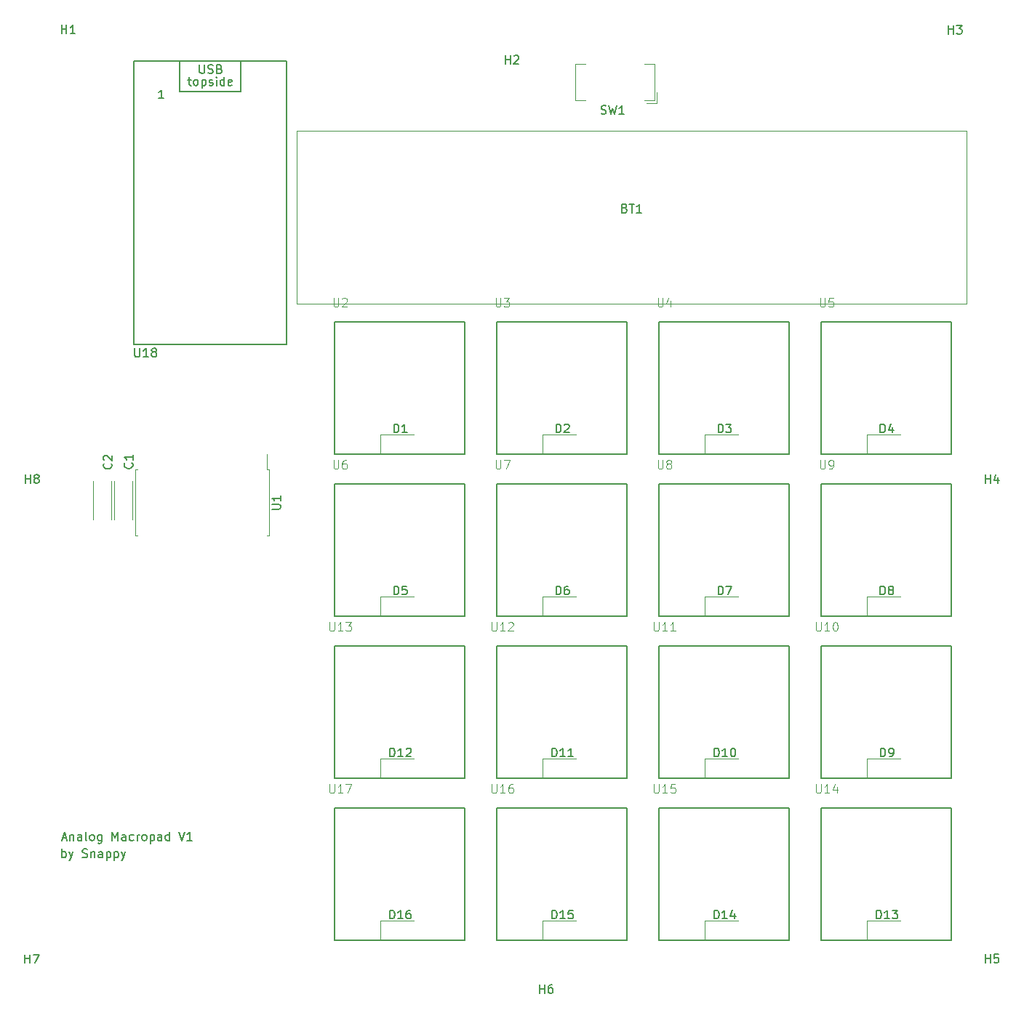
<source format=gbr>
%TF.GenerationSoftware,KiCad,Pcbnew,7.0.9*%
%TF.CreationDate,2024-05-12T14:32:29+05:30*%
%TF.ProjectId,Analog_Macropad,416e616c-6f67-45f4-9d61-63726f706164,rev?*%
%TF.SameCoordinates,Original*%
%TF.FileFunction,Legend,Top*%
%TF.FilePolarity,Positive*%
%FSLAX46Y46*%
G04 Gerber Fmt 4.6, Leading zero omitted, Abs format (unit mm)*
G04 Created by KiCad (PCBNEW 7.0.9) date 2024-05-12 14:32:29*
%MOMM*%
%LPD*%
G01*
G04 APERTURE LIST*
%ADD10C,0.150000*%
%ADD11C,0.100000*%
%ADD12C,0.200000*%
%ADD13C,0.120000*%
G04 APERTURE END LIST*
D10*
X19486779Y-112739819D02*
X19486779Y-111739819D01*
X19486779Y-112120771D02*
X19582017Y-112073152D01*
X19582017Y-112073152D02*
X19772493Y-112073152D01*
X19772493Y-112073152D02*
X19867731Y-112120771D01*
X19867731Y-112120771D02*
X19915350Y-112168390D01*
X19915350Y-112168390D02*
X19962969Y-112263628D01*
X19962969Y-112263628D02*
X19962969Y-112549342D01*
X19962969Y-112549342D02*
X19915350Y-112644580D01*
X19915350Y-112644580D02*
X19867731Y-112692200D01*
X19867731Y-112692200D02*
X19772493Y-112739819D01*
X19772493Y-112739819D02*
X19582017Y-112739819D01*
X19582017Y-112739819D02*
X19486779Y-112692200D01*
X20296303Y-112073152D02*
X20534398Y-112739819D01*
X20772493Y-112073152D02*
X20534398Y-112739819D01*
X20534398Y-112739819D02*
X20439160Y-112977914D01*
X20439160Y-112977914D02*
X20391541Y-113025533D01*
X20391541Y-113025533D02*
X20296303Y-113073152D01*
X21867732Y-112692200D02*
X22010589Y-112739819D01*
X22010589Y-112739819D02*
X22248684Y-112739819D01*
X22248684Y-112739819D02*
X22343922Y-112692200D01*
X22343922Y-112692200D02*
X22391541Y-112644580D01*
X22391541Y-112644580D02*
X22439160Y-112549342D01*
X22439160Y-112549342D02*
X22439160Y-112454104D01*
X22439160Y-112454104D02*
X22391541Y-112358866D01*
X22391541Y-112358866D02*
X22343922Y-112311247D01*
X22343922Y-112311247D02*
X22248684Y-112263628D01*
X22248684Y-112263628D02*
X22058208Y-112216009D01*
X22058208Y-112216009D02*
X21962970Y-112168390D01*
X21962970Y-112168390D02*
X21915351Y-112120771D01*
X21915351Y-112120771D02*
X21867732Y-112025533D01*
X21867732Y-112025533D02*
X21867732Y-111930295D01*
X21867732Y-111930295D02*
X21915351Y-111835057D01*
X21915351Y-111835057D02*
X21962970Y-111787438D01*
X21962970Y-111787438D02*
X22058208Y-111739819D01*
X22058208Y-111739819D02*
X22296303Y-111739819D01*
X22296303Y-111739819D02*
X22439160Y-111787438D01*
X22867732Y-112073152D02*
X22867732Y-112739819D01*
X22867732Y-112168390D02*
X22915351Y-112120771D01*
X22915351Y-112120771D02*
X23010589Y-112073152D01*
X23010589Y-112073152D02*
X23153446Y-112073152D01*
X23153446Y-112073152D02*
X23248684Y-112120771D01*
X23248684Y-112120771D02*
X23296303Y-112216009D01*
X23296303Y-112216009D02*
X23296303Y-112739819D01*
X24201065Y-112739819D02*
X24201065Y-112216009D01*
X24201065Y-112216009D02*
X24153446Y-112120771D01*
X24153446Y-112120771D02*
X24058208Y-112073152D01*
X24058208Y-112073152D02*
X23867732Y-112073152D01*
X23867732Y-112073152D02*
X23772494Y-112120771D01*
X24201065Y-112692200D02*
X24105827Y-112739819D01*
X24105827Y-112739819D02*
X23867732Y-112739819D01*
X23867732Y-112739819D02*
X23772494Y-112692200D01*
X23772494Y-112692200D02*
X23724875Y-112596961D01*
X23724875Y-112596961D02*
X23724875Y-112501723D01*
X23724875Y-112501723D02*
X23772494Y-112406485D01*
X23772494Y-112406485D02*
X23867732Y-112358866D01*
X23867732Y-112358866D02*
X24105827Y-112358866D01*
X24105827Y-112358866D02*
X24201065Y-112311247D01*
X24677256Y-112073152D02*
X24677256Y-113073152D01*
X24677256Y-112120771D02*
X24772494Y-112073152D01*
X24772494Y-112073152D02*
X24962970Y-112073152D01*
X24962970Y-112073152D02*
X25058208Y-112120771D01*
X25058208Y-112120771D02*
X25105827Y-112168390D01*
X25105827Y-112168390D02*
X25153446Y-112263628D01*
X25153446Y-112263628D02*
X25153446Y-112549342D01*
X25153446Y-112549342D02*
X25105827Y-112644580D01*
X25105827Y-112644580D02*
X25058208Y-112692200D01*
X25058208Y-112692200D02*
X24962970Y-112739819D01*
X24962970Y-112739819D02*
X24772494Y-112739819D01*
X24772494Y-112739819D02*
X24677256Y-112692200D01*
X25582018Y-112073152D02*
X25582018Y-113073152D01*
X25582018Y-112120771D02*
X25677256Y-112073152D01*
X25677256Y-112073152D02*
X25867732Y-112073152D01*
X25867732Y-112073152D02*
X25962970Y-112120771D01*
X25962970Y-112120771D02*
X26010589Y-112168390D01*
X26010589Y-112168390D02*
X26058208Y-112263628D01*
X26058208Y-112263628D02*
X26058208Y-112549342D01*
X26058208Y-112549342D02*
X26010589Y-112644580D01*
X26010589Y-112644580D02*
X25962970Y-112692200D01*
X25962970Y-112692200D02*
X25867732Y-112739819D01*
X25867732Y-112739819D02*
X25677256Y-112739819D01*
X25677256Y-112739819D02*
X25582018Y-112692200D01*
X26391542Y-112073152D02*
X26629637Y-112739819D01*
X26867732Y-112073152D02*
X26629637Y-112739819D01*
X26629637Y-112739819D02*
X26534399Y-112977914D01*
X26534399Y-112977914D02*
X26486780Y-113025533D01*
X26486780Y-113025533D02*
X26391542Y-113073152D01*
X19529160Y-110464104D02*
X20005350Y-110464104D01*
X19433922Y-110749819D02*
X19767255Y-109749819D01*
X19767255Y-109749819D02*
X20100588Y-110749819D01*
X20433922Y-110083152D02*
X20433922Y-110749819D01*
X20433922Y-110178390D02*
X20481541Y-110130771D01*
X20481541Y-110130771D02*
X20576779Y-110083152D01*
X20576779Y-110083152D02*
X20719636Y-110083152D01*
X20719636Y-110083152D02*
X20814874Y-110130771D01*
X20814874Y-110130771D02*
X20862493Y-110226009D01*
X20862493Y-110226009D02*
X20862493Y-110749819D01*
X21767255Y-110749819D02*
X21767255Y-110226009D01*
X21767255Y-110226009D02*
X21719636Y-110130771D01*
X21719636Y-110130771D02*
X21624398Y-110083152D01*
X21624398Y-110083152D02*
X21433922Y-110083152D01*
X21433922Y-110083152D02*
X21338684Y-110130771D01*
X21767255Y-110702200D02*
X21672017Y-110749819D01*
X21672017Y-110749819D02*
X21433922Y-110749819D01*
X21433922Y-110749819D02*
X21338684Y-110702200D01*
X21338684Y-110702200D02*
X21291065Y-110606961D01*
X21291065Y-110606961D02*
X21291065Y-110511723D01*
X21291065Y-110511723D02*
X21338684Y-110416485D01*
X21338684Y-110416485D02*
X21433922Y-110368866D01*
X21433922Y-110368866D02*
X21672017Y-110368866D01*
X21672017Y-110368866D02*
X21767255Y-110321247D01*
X22386303Y-110749819D02*
X22291065Y-110702200D01*
X22291065Y-110702200D02*
X22243446Y-110606961D01*
X22243446Y-110606961D02*
X22243446Y-109749819D01*
X22910113Y-110749819D02*
X22814875Y-110702200D01*
X22814875Y-110702200D02*
X22767256Y-110654580D01*
X22767256Y-110654580D02*
X22719637Y-110559342D01*
X22719637Y-110559342D02*
X22719637Y-110273628D01*
X22719637Y-110273628D02*
X22767256Y-110178390D01*
X22767256Y-110178390D02*
X22814875Y-110130771D01*
X22814875Y-110130771D02*
X22910113Y-110083152D01*
X22910113Y-110083152D02*
X23052970Y-110083152D01*
X23052970Y-110083152D02*
X23148208Y-110130771D01*
X23148208Y-110130771D02*
X23195827Y-110178390D01*
X23195827Y-110178390D02*
X23243446Y-110273628D01*
X23243446Y-110273628D02*
X23243446Y-110559342D01*
X23243446Y-110559342D02*
X23195827Y-110654580D01*
X23195827Y-110654580D02*
X23148208Y-110702200D01*
X23148208Y-110702200D02*
X23052970Y-110749819D01*
X23052970Y-110749819D02*
X22910113Y-110749819D01*
X24100589Y-110083152D02*
X24100589Y-110892676D01*
X24100589Y-110892676D02*
X24052970Y-110987914D01*
X24052970Y-110987914D02*
X24005351Y-111035533D01*
X24005351Y-111035533D02*
X23910113Y-111083152D01*
X23910113Y-111083152D02*
X23767256Y-111083152D01*
X23767256Y-111083152D02*
X23672018Y-111035533D01*
X24100589Y-110702200D02*
X24005351Y-110749819D01*
X24005351Y-110749819D02*
X23814875Y-110749819D01*
X23814875Y-110749819D02*
X23719637Y-110702200D01*
X23719637Y-110702200D02*
X23672018Y-110654580D01*
X23672018Y-110654580D02*
X23624399Y-110559342D01*
X23624399Y-110559342D02*
X23624399Y-110273628D01*
X23624399Y-110273628D02*
X23672018Y-110178390D01*
X23672018Y-110178390D02*
X23719637Y-110130771D01*
X23719637Y-110130771D02*
X23814875Y-110083152D01*
X23814875Y-110083152D02*
X24005351Y-110083152D01*
X24005351Y-110083152D02*
X24100589Y-110130771D01*
X25338685Y-110749819D02*
X25338685Y-109749819D01*
X25338685Y-109749819D02*
X25672018Y-110464104D01*
X25672018Y-110464104D02*
X26005351Y-109749819D01*
X26005351Y-109749819D02*
X26005351Y-110749819D01*
X26910113Y-110749819D02*
X26910113Y-110226009D01*
X26910113Y-110226009D02*
X26862494Y-110130771D01*
X26862494Y-110130771D02*
X26767256Y-110083152D01*
X26767256Y-110083152D02*
X26576780Y-110083152D01*
X26576780Y-110083152D02*
X26481542Y-110130771D01*
X26910113Y-110702200D02*
X26814875Y-110749819D01*
X26814875Y-110749819D02*
X26576780Y-110749819D01*
X26576780Y-110749819D02*
X26481542Y-110702200D01*
X26481542Y-110702200D02*
X26433923Y-110606961D01*
X26433923Y-110606961D02*
X26433923Y-110511723D01*
X26433923Y-110511723D02*
X26481542Y-110416485D01*
X26481542Y-110416485D02*
X26576780Y-110368866D01*
X26576780Y-110368866D02*
X26814875Y-110368866D01*
X26814875Y-110368866D02*
X26910113Y-110321247D01*
X27814875Y-110702200D02*
X27719637Y-110749819D01*
X27719637Y-110749819D02*
X27529161Y-110749819D01*
X27529161Y-110749819D02*
X27433923Y-110702200D01*
X27433923Y-110702200D02*
X27386304Y-110654580D01*
X27386304Y-110654580D02*
X27338685Y-110559342D01*
X27338685Y-110559342D02*
X27338685Y-110273628D01*
X27338685Y-110273628D02*
X27386304Y-110178390D01*
X27386304Y-110178390D02*
X27433923Y-110130771D01*
X27433923Y-110130771D02*
X27529161Y-110083152D01*
X27529161Y-110083152D02*
X27719637Y-110083152D01*
X27719637Y-110083152D02*
X27814875Y-110130771D01*
X28243447Y-110749819D02*
X28243447Y-110083152D01*
X28243447Y-110273628D02*
X28291066Y-110178390D01*
X28291066Y-110178390D02*
X28338685Y-110130771D01*
X28338685Y-110130771D02*
X28433923Y-110083152D01*
X28433923Y-110083152D02*
X28529161Y-110083152D01*
X29005352Y-110749819D02*
X28910114Y-110702200D01*
X28910114Y-110702200D02*
X28862495Y-110654580D01*
X28862495Y-110654580D02*
X28814876Y-110559342D01*
X28814876Y-110559342D02*
X28814876Y-110273628D01*
X28814876Y-110273628D02*
X28862495Y-110178390D01*
X28862495Y-110178390D02*
X28910114Y-110130771D01*
X28910114Y-110130771D02*
X29005352Y-110083152D01*
X29005352Y-110083152D02*
X29148209Y-110083152D01*
X29148209Y-110083152D02*
X29243447Y-110130771D01*
X29243447Y-110130771D02*
X29291066Y-110178390D01*
X29291066Y-110178390D02*
X29338685Y-110273628D01*
X29338685Y-110273628D02*
X29338685Y-110559342D01*
X29338685Y-110559342D02*
X29291066Y-110654580D01*
X29291066Y-110654580D02*
X29243447Y-110702200D01*
X29243447Y-110702200D02*
X29148209Y-110749819D01*
X29148209Y-110749819D02*
X29005352Y-110749819D01*
X29767257Y-110083152D02*
X29767257Y-111083152D01*
X29767257Y-110130771D02*
X29862495Y-110083152D01*
X29862495Y-110083152D02*
X30052971Y-110083152D01*
X30052971Y-110083152D02*
X30148209Y-110130771D01*
X30148209Y-110130771D02*
X30195828Y-110178390D01*
X30195828Y-110178390D02*
X30243447Y-110273628D01*
X30243447Y-110273628D02*
X30243447Y-110559342D01*
X30243447Y-110559342D02*
X30195828Y-110654580D01*
X30195828Y-110654580D02*
X30148209Y-110702200D01*
X30148209Y-110702200D02*
X30052971Y-110749819D01*
X30052971Y-110749819D02*
X29862495Y-110749819D01*
X29862495Y-110749819D02*
X29767257Y-110702200D01*
X31100590Y-110749819D02*
X31100590Y-110226009D01*
X31100590Y-110226009D02*
X31052971Y-110130771D01*
X31052971Y-110130771D02*
X30957733Y-110083152D01*
X30957733Y-110083152D02*
X30767257Y-110083152D01*
X30767257Y-110083152D02*
X30672019Y-110130771D01*
X31100590Y-110702200D02*
X31005352Y-110749819D01*
X31005352Y-110749819D02*
X30767257Y-110749819D01*
X30767257Y-110749819D02*
X30672019Y-110702200D01*
X30672019Y-110702200D02*
X30624400Y-110606961D01*
X30624400Y-110606961D02*
X30624400Y-110511723D01*
X30624400Y-110511723D02*
X30672019Y-110416485D01*
X30672019Y-110416485D02*
X30767257Y-110368866D01*
X30767257Y-110368866D02*
X31005352Y-110368866D01*
X31005352Y-110368866D02*
X31100590Y-110321247D01*
X32005352Y-110749819D02*
X32005352Y-109749819D01*
X32005352Y-110702200D02*
X31910114Y-110749819D01*
X31910114Y-110749819D02*
X31719638Y-110749819D01*
X31719638Y-110749819D02*
X31624400Y-110702200D01*
X31624400Y-110702200D02*
X31576781Y-110654580D01*
X31576781Y-110654580D02*
X31529162Y-110559342D01*
X31529162Y-110559342D02*
X31529162Y-110273628D01*
X31529162Y-110273628D02*
X31576781Y-110178390D01*
X31576781Y-110178390D02*
X31624400Y-110130771D01*
X31624400Y-110130771D02*
X31719638Y-110083152D01*
X31719638Y-110083152D02*
X31910114Y-110083152D01*
X31910114Y-110083152D02*
X32005352Y-110130771D01*
X33100591Y-109749819D02*
X33433924Y-110749819D01*
X33433924Y-110749819D02*
X33767257Y-109749819D01*
X34624400Y-110749819D02*
X34052972Y-110749819D01*
X34338686Y-110749819D02*
X34338686Y-109749819D01*
X34338686Y-109749819D02*
X34243448Y-109892676D01*
X34243448Y-109892676D02*
X34148210Y-109987914D01*
X34148210Y-109987914D02*
X34052972Y-110035533D01*
X15238095Y-69124819D02*
X15238095Y-68124819D01*
X15238095Y-68601009D02*
X15809523Y-68601009D01*
X15809523Y-69124819D02*
X15809523Y-68124819D01*
X16428571Y-68553390D02*
X16333333Y-68505771D01*
X16333333Y-68505771D02*
X16285714Y-68458152D01*
X16285714Y-68458152D02*
X16238095Y-68362914D01*
X16238095Y-68362914D02*
X16238095Y-68315295D01*
X16238095Y-68315295D02*
X16285714Y-68220057D01*
X16285714Y-68220057D02*
X16333333Y-68172438D01*
X16333333Y-68172438D02*
X16428571Y-68124819D01*
X16428571Y-68124819D02*
X16619047Y-68124819D01*
X16619047Y-68124819D02*
X16714285Y-68172438D01*
X16714285Y-68172438D02*
X16761904Y-68220057D01*
X16761904Y-68220057D02*
X16809523Y-68315295D01*
X16809523Y-68315295D02*
X16809523Y-68362914D01*
X16809523Y-68362914D02*
X16761904Y-68458152D01*
X16761904Y-68458152D02*
X16714285Y-68505771D01*
X16714285Y-68505771D02*
X16619047Y-68553390D01*
X16619047Y-68553390D02*
X16428571Y-68553390D01*
X16428571Y-68553390D02*
X16333333Y-68601009D01*
X16333333Y-68601009D02*
X16285714Y-68648628D01*
X16285714Y-68648628D02*
X16238095Y-68743866D01*
X16238095Y-68743866D02*
X16238095Y-68934342D01*
X16238095Y-68934342D02*
X16285714Y-69029580D01*
X16285714Y-69029580D02*
X16333333Y-69077200D01*
X16333333Y-69077200D02*
X16428571Y-69124819D01*
X16428571Y-69124819D02*
X16619047Y-69124819D01*
X16619047Y-69124819D02*
X16714285Y-69077200D01*
X16714285Y-69077200D02*
X16761904Y-69029580D01*
X16761904Y-69029580D02*
X16809523Y-68934342D01*
X16809523Y-68934342D02*
X16809523Y-68743866D01*
X16809523Y-68743866D02*
X16761904Y-68648628D01*
X16761904Y-68648628D02*
X16714285Y-68601009D01*
X16714285Y-68601009D02*
X16619047Y-68553390D01*
D11*
X69978095Y-66437419D02*
X69978095Y-67246942D01*
X69978095Y-67246942D02*
X70025714Y-67342180D01*
X70025714Y-67342180D02*
X70073333Y-67389800D01*
X70073333Y-67389800D02*
X70168571Y-67437419D01*
X70168571Y-67437419D02*
X70359047Y-67437419D01*
X70359047Y-67437419D02*
X70454285Y-67389800D01*
X70454285Y-67389800D02*
X70501904Y-67342180D01*
X70501904Y-67342180D02*
X70549523Y-67246942D01*
X70549523Y-67246942D02*
X70549523Y-66437419D01*
X70930476Y-66437419D02*
X71597142Y-66437419D01*
X71597142Y-66437419D02*
X71168571Y-67437419D01*
X51098095Y-66437419D02*
X51098095Y-67246942D01*
X51098095Y-67246942D02*
X51145714Y-67342180D01*
X51145714Y-67342180D02*
X51193333Y-67389800D01*
X51193333Y-67389800D02*
X51288571Y-67437419D01*
X51288571Y-67437419D02*
X51479047Y-67437419D01*
X51479047Y-67437419D02*
X51574285Y-67389800D01*
X51574285Y-67389800D02*
X51621904Y-67342180D01*
X51621904Y-67342180D02*
X51669523Y-67246942D01*
X51669523Y-67246942D02*
X51669523Y-66437419D01*
X52574285Y-66437419D02*
X52383809Y-66437419D01*
X52383809Y-66437419D02*
X52288571Y-66485038D01*
X52288571Y-66485038D02*
X52240952Y-66532657D01*
X52240952Y-66532657D02*
X52145714Y-66675514D01*
X52145714Y-66675514D02*
X52098095Y-66865990D01*
X52098095Y-66865990D02*
X52098095Y-67246942D01*
X52098095Y-67246942D02*
X52145714Y-67342180D01*
X52145714Y-67342180D02*
X52193333Y-67389800D01*
X52193333Y-67389800D02*
X52288571Y-67437419D01*
X52288571Y-67437419D02*
X52479047Y-67437419D01*
X52479047Y-67437419D02*
X52574285Y-67389800D01*
X52574285Y-67389800D02*
X52621904Y-67342180D01*
X52621904Y-67342180D02*
X52669523Y-67246942D01*
X52669523Y-67246942D02*
X52669523Y-67008847D01*
X52669523Y-67008847D02*
X52621904Y-66913609D01*
X52621904Y-66913609D02*
X52574285Y-66865990D01*
X52574285Y-66865990D02*
X52479047Y-66818371D01*
X52479047Y-66818371D02*
X52288571Y-66818371D01*
X52288571Y-66818371D02*
X52193333Y-66865990D01*
X52193333Y-66865990D02*
X52145714Y-66913609D01*
X52145714Y-66913609D02*
X52098095Y-67008847D01*
D10*
X122678095Y-16764819D02*
X122678095Y-15764819D01*
X122678095Y-16241009D02*
X123249523Y-16241009D01*
X123249523Y-16764819D02*
X123249523Y-15764819D01*
X123630476Y-15764819D02*
X124249523Y-15764819D01*
X124249523Y-15764819D02*
X123916190Y-16145771D01*
X123916190Y-16145771D02*
X124059047Y-16145771D01*
X124059047Y-16145771D02*
X124154285Y-16193390D01*
X124154285Y-16193390D02*
X124201904Y-16241009D01*
X124201904Y-16241009D02*
X124249523Y-16336247D01*
X124249523Y-16336247D02*
X124249523Y-16574342D01*
X124249523Y-16574342D02*
X124201904Y-16669580D01*
X124201904Y-16669580D02*
X124154285Y-16717200D01*
X124154285Y-16717200D02*
X124059047Y-16764819D01*
X124059047Y-16764819D02*
X123773333Y-16764819D01*
X123773333Y-16764819D02*
X123678095Y-16717200D01*
X123678095Y-16717200D02*
X123630476Y-16669580D01*
X114305714Y-119874819D02*
X114305714Y-118874819D01*
X114305714Y-118874819D02*
X114543809Y-118874819D01*
X114543809Y-118874819D02*
X114686666Y-118922438D01*
X114686666Y-118922438D02*
X114781904Y-119017676D01*
X114781904Y-119017676D02*
X114829523Y-119112914D01*
X114829523Y-119112914D02*
X114877142Y-119303390D01*
X114877142Y-119303390D02*
X114877142Y-119446247D01*
X114877142Y-119446247D02*
X114829523Y-119636723D01*
X114829523Y-119636723D02*
X114781904Y-119731961D01*
X114781904Y-119731961D02*
X114686666Y-119827200D01*
X114686666Y-119827200D02*
X114543809Y-119874819D01*
X114543809Y-119874819D02*
X114305714Y-119874819D01*
X115829523Y-119874819D02*
X115258095Y-119874819D01*
X115543809Y-119874819D02*
X115543809Y-118874819D01*
X115543809Y-118874819D02*
X115448571Y-119017676D01*
X115448571Y-119017676D02*
X115353333Y-119112914D01*
X115353333Y-119112914D02*
X115258095Y-119160533D01*
X116162857Y-118874819D02*
X116781904Y-118874819D01*
X116781904Y-118874819D02*
X116448571Y-119255771D01*
X116448571Y-119255771D02*
X116591428Y-119255771D01*
X116591428Y-119255771D02*
X116686666Y-119303390D01*
X116686666Y-119303390D02*
X116734285Y-119351009D01*
X116734285Y-119351009D02*
X116781904Y-119446247D01*
X116781904Y-119446247D02*
X116781904Y-119684342D01*
X116781904Y-119684342D02*
X116734285Y-119779580D01*
X116734285Y-119779580D02*
X116686666Y-119827200D01*
X116686666Y-119827200D02*
X116591428Y-119874819D01*
X116591428Y-119874819D02*
X116305714Y-119874819D01*
X116305714Y-119874819D02*
X116210476Y-119827200D01*
X116210476Y-119827200D02*
X116162857Y-119779580D01*
X76525714Y-100994819D02*
X76525714Y-99994819D01*
X76525714Y-99994819D02*
X76763809Y-99994819D01*
X76763809Y-99994819D02*
X76906666Y-100042438D01*
X76906666Y-100042438D02*
X77001904Y-100137676D01*
X77001904Y-100137676D02*
X77049523Y-100232914D01*
X77049523Y-100232914D02*
X77097142Y-100423390D01*
X77097142Y-100423390D02*
X77097142Y-100566247D01*
X77097142Y-100566247D02*
X77049523Y-100756723D01*
X77049523Y-100756723D02*
X77001904Y-100851961D01*
X77001904Y-100851961D02*
X76906666Y-100947200D01*
X76906666Y-100947200D02*
X76763809Y-100994819D01*
X76763809Y-100994819D02*
X76525714Y-100994819D01*
X78049523Y-100994819D02*
X77478095Y-100994819D01*
X77763809Y-100994819D02*
X77763809Y-99994819D01*
X77763809Y-99994819D02*
X77668571Y-100137676D01*
X77668571Y-100137676D02*
X77573333Y-100232914D01*
X77573333Y-100232914D02*
X77478095Y-100280533D01*
X79001904Y-100994819D02*
X78430476Y-100994819D01*
X78716190Y-100994819D02*
X78716190Y-99994819D01*
X78716190Y-99994819D02*
X78620952Y-100137676D01*
X78620952Y-100137676D02*
X78525714Y-100232914D01*
X78525714Y-100232914D02*
X78430476Y-100280533D01*
X114781905Y-100994819D02*
X114781905Y-99994819D01*
X114781905Y-99994819D02*
X115020000Y-99994819D01*
X115020000Y-99994819D02*
X115162857Y-100042438D01*
X115162857Y-100042438D02*
X115258095Y-100137676D01*
X115258095Y-100137676D02*
X115305714Y-100232914D01*
X115305714Y-100232914D02*
X115353333Y-100423390D01*
X115353333Y-100423390D02*
X115353333Y-100566247D01*
X115353333Y-100566247D02*
X115305714Y-100756723D01*
X115305714Y-100756723D02*
X115258095Y-100851961D01*
X115258095Y-100851961D02*
X115162857Y-100947200D01*
X115162857Y-100947200D02*
X115020000Y-100994819D01*
X115020000Y-100994819D02*
X114781905Y-100994819D01*
X115829524Y-100994819D02*
X116020000Y-100994819D01*
X116020000Y-100994819D02*
X116115238Y-100947200D01*
X116115238Y-100947200D02*
X116162857Y-100899580D01*
X116162857Y-100899580D02*
X116258095Y-100756723D01*
X116258095Y-100756723D02*
X116305714Y-100566247D01*
X116305714Y-100566247D02*
X116305714Y-100185295D01*
X116305714Y-100185295D02*
X116258095Y-100090057D01*
X116258095Y-100090057D02*
X116210476Y-100042438D01*
X116210476Y-100042438D02*
X116115238Y-99994819D01*
X116115238Y-99994819D02*
X115924762Y-99994819D01*
X115924762Y-99994819D02*
X115829524Y-100042438D01*
X115829524Y-100042438D02*
X115781905Y-100090057D01*
X115781905Y-100090057D02*
X115734286Y-100185295D01*
X115734286Y-100185295D02*
X115734286Y-100423390D01*
X115734286Y-100423390D02*
X115781905Y-100518628D01*
X115781905Y-100518628D02*
X115829524Y-100566247D01*
X115829524Y-100566247D02*
X115924762Y-100613866D01*
X115924762Y-100613866D02*
X116115238Y-100613866D01*
X116115238Y-100613866D02*
X116210476Y-100566247D01*
X116210476Y-100566247D02*
X116258095Y-100518628D01*
X116258095Y-100518628D02*
X116305714Y-100423390D01*
X27966779Y-53394819D02*
X27966779Y-54204342D01*
X27966779Y-54204342D02*
X28014398Y-54299580D01*
X28014398Y-54299580D02*
X28062017Y-54347200D01*
X28062017Y-54347200D02*
X28157255Y-54394819D01*
X28157255Y-54394819D02*
X28347731Y-54394819D01*
X28347731Y-54394819D02*
X28442969Y-54347200D01*
X28442969Y-54347200D02*
X28490588Y-54299580D01*
X28490588Y-54299580D02*
X28538207Y-54204342D01*
X28538207Y-54204342D02*
X28538207Y-53394819D01*
X29538207Y-54394819D02*
X28966779Y-54394819D01*
X29252493Y-54394819D02*
X29252493Y-53394819D01*
X29252493Y-53394819D02*
X29157255Y-53537676D01*
X29157255Y-53537676D02*
X29062017Y-53632914D01*
X29062017Y-53632914D02*
X28966779Y-53680533D01*
X30109636Y-53823390D02*
X30014398Y-53775771D01*
X30014398Y-53775771D02*
X29966779Y-53728152D01*
X29966779Y-53728152D02*
X29919160Y-53632914D01*
X29919160Y-53632914D02*
X29919160Y-53585295D01*
X29919160Y-53585295D02*
X29966779Y-53490057D01*
X29966779Y-53490057D02*
X30014398Y-53442438D01*
X30014398Y-53442438D02*
X30109636Y-53394819D01*
X30109636Y-53394819D02*
X30300112Y-53394819D01*
X30300112Y-53394819D02*
X30395350Y-53442438D01*
X30395350Y-53442438D02*
X30442969Y-53490057D01*
X30442969Y-53490057D02*
X30490588Y-53585295D01*
X30490588Y-53585295D02*
X30490588Y-53632914D01*
X30490588Y-53632914D02*
X30442969Y-53728152D01*
X30442969Y-53728152D02*
X30395350Y-53775771D01*
X30395350Y-53775771D02*
X30300112Y-53823390D01*
X30300112Y-53823390D02*
X30109636Y-53823390D01*
X30109636Y-53823390D02*
X30014398Y-53871009D01*
X30014398Y-53871009D02*
X29966779Y-53918628D01*
X29966779Y-53918628D02*
X29919160Y-54013866D01*
X29919160Y-54013866D02*
X29919160Y-54204342D01*
X29919160Y-54204342D02*
X29966779Y-54299580D01*
X29966779Y-54299580D02*
X30014398Y-54347200D01*
X30014398Y-54347200D02*
X30109636Y-54394819D01*
X30109636Y-54394819D02*
X30300112Y-54394819D01*
X30300112Y-54394819D02*
X30395350Y-54347200D01*
X30395350Y-54347200D02*
X30442969Y-54299580D01*
X30442969Y-54299580D02*
X30490588Y-54204342D01*
X30490588Y-54204342D02*
X30490588Y-54013866D01*
X30490588Y-54013866D02*
X30442969Y-53918628D01*
X30442969Y-53918628D02*
X30395350Y-53871009D01*
X30395350Y-53871009D02*
X30300112Y-53823390D01*
X35508095Y-20369819D02*
X35508095Y-21179342D01*
X35508095Y-21179342D02*
X35555714Y-21274580D01*
X35555714Y-21274580D02*
X35603333Y-21322200D01*
X35603333Y-21322200D02*
X35698571Y-21369819D01*
X35698571Y-21369819D02*
X35889047Y-21369819D01*
X35889047Y-21369819D02*
X35984285Y-21322200D01*
X35984285Y-21322200D02*
X36031904Y-21274580D01*
X36031904Y-21274580D02*
X36079523Y-21179342D01*
X36079523Y-21179342D02*
X36079523Y-20369819D01*
X36508095Y-21322200D02*
X36650952Y-21369819D01*
X36650952Y-21369819D02*
X36889047Y-21369819D01*
X36889047Y-21369819D02*
X36984285Y-21322200D01*
X36984285Y-21322200D02*
X37031904Y-21274580D01*
X37031904Y-21274580D02*
X37079523Y-21179342D01*
X37079523Y-21179342D02*
X37079523Y-21084104D01*
X37079523Y-21084104D02*
X37031904Y-20988866D01*
X37031904Y-20988866D02*
X36984285Y-20941247D01*
X36984285Y-20941247D02*
X36889047Y-20893628D01*
X36889047Y-20893628D02*
X36698571Y-20846009D01*
X36698571Y-20846009D02*
X36603333Y-20798390D01*
X36603333Y-20798390D02*
X36555714Y-20750771D01*
X36555714Y-20750771D02*
X36508095Y-20655533D01*
X36508095Y-20655533D02*
X36508095Y-20560295D01*
X36508095Y-20560295D02*
X36555714Y-20465057D01*
X36555714Y-20465057D02*
X36603333Y-20417438D01*
X36603333Y-20417438D02*
X36698571Y-20369819D01*
X36698571Y-20369819D02*
X36936666Y-20369819D01*
X36936666Y-20369819D02*
X37079523Y-20417438D01*
X37841428Y-20846009D02*
X37984285Y-20893628D01*
X37984285Y-20893628D02*
X38031904Y-20941247D01*
X38031904Y-20941247D02*
X38079523Y-21036485D01*
X38079523Y-21036485D02*
X38079523Y-21179342D01*
X38079523Y-21179342D02*
X38031904Y-21274580D01*
X38031904Y-21274580D02*
X37984285Y-21322200D01*
X37984285Y-21322200D02*
X37889047Y-21369819D01*
X37889047Y-21369819D02*
X37508095Y-21369819D01*
X37508095Y-21369819D02*
X37508095Y-20369819D01*
X37508095Y-20369819D02*
X37841428Y-20369819D01*
X37841428Y-20369819D02*
X37936666Y-20417438D01*
X37936666Y-20417438D02*
X37984285Y-20465057D01*
X37984285Y-20465057D02*
X38031904Y-20560295D01*
X38031904Y-20560295D02*
X38031904Y-20655533D01*
X38031904Y-20655533D02*
X37984285Y-20750771D01*
X37984285Y-20750771D02*
X37936666Y-20798390D01*
X37936666Y-20798390D02*
X37841428Y-20846009D01*
X37841428Y-20846009D02*
X37508095Y-20846009D01*
X34150952Y-22103152D02*
X34531904Y-22103152D01*
X34293809Y-21769819D02*
X34293809Y-22626961D01*
X34293809Y-22626961D02*
X34341428Y-22722200D01*
X34341428Y-22722200D02*
X34436666Y-22769819D01*
X34436666Y-22769819D02*
X34531904Y-22769819D01*
X35008095Y-22769819D02*
X34912857Y-22722200D01*
X34912857Y-22722200D02*
X34865238Y-22674580D01*
X34865238Y-22674580D02*
X34817619Y-22579342D01*
X34817619Y-22579342D02*
X34817619Y-22293628D01*
X34817619Y-22293628D02*
X34865238Y-22198390D01*
X34865238Y-22198390D02*
X34912857Y-22150771D01*
X34912857Y-22150771D02*
X35008095Y-22103152D01*
X35008095Y-22103152D02*
X35150952Y-22103152D01*
X35150952Y-22103152D02*
X35246190Y-22150771D01*
X35246190Y-22150771D02*
X35293809Y-22198390D01*
X35293809Y-22198390D02*
X35341428Y-22293628D01*
X35341428Y-22293628D02*
X35341428Y-22579342D01*
X35341428Y-22579342D02*
X35293809Y-22674580D01*
X35293809Y-22674580D02*
X35246190Y-22722200D01*
X35246190Y-22722200D02*
X35150952Y-22769819D01*
X35150952Y-22769819D02*
X35008095Y-22769819D01*
X35770000Y-22103152D02*
X35770000Y-23103152D01*
X35770000Y-22150771D02*
X35865238Y-22103152D01*
X35865238Y-22103152D02*
X36055714Y-22103152D01*
X36055714Y-22103152D02*
X36150952Y-22150771D01*
X36150952Y-22150771D02*
X36198571Y-22198390D01*
X36198571Y-22198390D02*
X36246190Y-22293628D01*
X36246190Y-22293628D02*
X36246190Y-22579342D01*
X36246190Y-22579342D02*
X36198571Y-22674580D01*
X36198571Y-22674580D02*
X36150952Y-22722200D01*
X36150952Y-22722200D02*
X36055714Y-22769819D01*
X36055714Y-22769819D02*
X35865238Y-22769819D01*
X35865238Y-22769819D02*
X35770000Y-22722200D01*
X36627143Y-22722200D02*
X36722381Y-22769819D01*
X36722381Y-22769819D02*
X36912857Y-22769819D01*
X36912857Y-22769819D02*
X37008095Y-22722200D01*
X37008095Y-22722200D02*
X37055714Y-22626961D01*
X37055714Y-22626961D02*
X37055714Y-22579342D01*
X37055714Y-22579342D02*
X37008095Y-22484104D01*
X37008095Y-22484104D02*
X36912857Y-22436485D01*
X36912857Y-22436485D02*
X36770000Y-22436485D01*
X36770000Y-22436485D02*
X36674762Y-22388866D01*
X36674762Y-22388866D02*
X36627143Y-22293628D01*
X36627143Y-22293628D02*
X36627143Y-22246009D01*
X36627143Y-22246009D02*
X36674762Y-22150771D01*
X36674762Y-22150771D02*
X36770000Y-22103152D01*
X36770000Y-22103152D02*
X36912857Y-22103152D01*
X36912857Y-22103152D02*
X37008095Y-22150771D01*
X37484286Y-22769819D02*
X37484286Y-22103152D01*
X37484286Y-21769819D02*
X37436667Y-21817438D01*
X37436667Y-21817438D02*
X37484286Y-21865057D01*
X37484286Y-21865057D02*
X37531905Y-21817438D01*
X37531905Y-21817438D02*
X37484286Y-21769819D01*
X37484286Y-21769819D02*
X37484286Y-21865057D01*
X38389047Y-22769819D02*
X38389047Y-21769819D01*
X38389047Y-22722200D02*
X38293809Y-22769819D01*
X38293809Y-22769819D02*
X38103333Y-22769819D01*
X38103333Y-22769819D02*
X38008095Y-22722200D01*
X38008095Y-22722200D02*
X37960476Y-22674580D01*
X37960476Y-22674580D02*
X37912857Y-22579342D01*
X37912857Y-22579342D02*
X37912857Y-22293628D01*
X37912857Y-22293628D02*
X37960476Y-22198390D01*
X37960476Y-22198390D02*
X38008095Y-22150771D01*
X38008095Y-22150771D02*
X38103333Y-22103152D01*
X38103333Y-22103152D02*
X38293809Y-22103152D01*
X38293809Y-22103152D02*
X38389047Y-22150771D01*
X39246190Y-22722200D02*
X39150952Y-22769819D01*
X39150952Y-22769819D02*
X38960476Y-22769819D01*
X38960476Y-22769819D02*
X38865238Y-22722200D01*
X38865238Y-22722200D02*
X38817619Y-22626961D01*
X38817619Y-22626961D02*
X38817619Y-22246009D01*
X38817619Y-22246009D02*
X38865238Y-22150771D01*
X38865238Y-22150771D02*
X38960476Y-22103152D01*
X38960476Y-22103152D02*
X39150952Y-22103152D01*
X39150952Y-22103152D02*
X39246190Y-22150771D01*
X39246190Y-22150771D02*
X39293809Y-22246009D01*
X39293809Y-22246009D02*
X39293809Y-22341247D01*
X39293809Y-22341247D02*
X38817619Y-22436485D01*
X31340714Y-24287319D02*
X30769286Y-24287319D01*
X31055000Y-24287319D02*
X31055000Y-23287319D01*
X31055000Y-23287319D02*
X30959762Y-23430176D01*
X30959762Y-23430176D02*
X30864524Y-23525414D01*
X30864524Y-23525414D02*
X30769286Y-23573033D01*
X71108095Y-20264819D02*
X71108095Y-19264819D01*
X71108095Y-19741009D02*
X71679523Y-19741009D01*
X71679523Y-20264819D02*
X71679523Y-19264819D01*
X72108095Y-19360057D02*
X72155714Y-19312438D01*
X72155714Y-19312438D02*
X72250952Y-19264819D01*
X72250952Y-19264819D02*
X72489047Y-19264819D01*
X72489047Y-19264819D02*
X72584285Y-19312438D01*
X72584285Y-19312438D02*
X72631904Y-19360057D01*
X72631904Y-19360057D02*
X72679523Y-19455295D01*
X72679523Y-19455295D02*
X72679523Y-19550533D01*
X72679523Y-19550533D02*
X72631904Y-19693390D01*
X72631904Y-19693390D02*
X72060476Y-20264819D01*
X72060476Y-20264819D02*
X72679523Y-20264819D01*
X77001905Y-63234819D02*
X77001905Y-62234819D01*
X77001905Y-62234819D02*
X77240000Y-62234819D01*
X77240000Y-62234819D02*
X77382857Y-62282438D01*
X77382857Y-62282438D02*
X77478095Y-62377676D01*
X77478095Y-62377676D02*
X77525714Y-62472914D01*
X77525714Y-62472914D02*
X77573333Y-62663390D01*
X77573333Y-62663390D02*
X77573333Y-62806247D01*
X77573333Y-62806247D02*
X77525714Y-62996723D01*
X77525714Y-62996723D02*
X77478095Y-63091961D01*
X77478095Y-63091961D02*
X77382857Y-63187200D01*
X77382857Y-63187200D02*
X77240000Y-63234819D01*
X77240000Y-63234819D02*
X77001905Y-63234819D01*
X77954286Y-62330057D02*
X78001905Y-62282438D01*
X78001905Y-62282438D02*
X78097143Y-62234819D01*
X78097143Y-62234819D02*
X78335238Y-62234819D01*
X78335238Y-62234819D02*
X78430476Y-62282438D01*
X78430476Y-62282438D02*
X78478095Y-62330057D01*
X78478095Y-62330057D02*
X78525714Y-62425295D01*
X78525714Y-62425295D02*
X78525714Y-62520533D01*
X78525714Y-62520533D02*
X78478095Y-62663390D01*
X78478095Y-62663390D02*
X77906667Y-63234819D01*
X77906667Y-63234819D02*
X78525714Y-63234819D01*
D11*
X88858095Y-47557419D02*
X88858095Y-48366942D01*
X88858095Y-48366942D02*
X88905714Y-48462180D01*
X88905714Y-48462180D02*
X88953333Y-48509800D01*
X88953333Y-48509800D02*
X89048571Y-48557419D01*
X89048571Y-48557419D02*
X89239047Y-48557419D01*
X89239047Y-48557419D02*
X89334285Y-48509800D01*
X89334285Y-48509800D02*
X89381904Y-48462180D01*
X89381904Y-48462180D02*
X89429523Y-48366942D01*
X89429523Y-48366942D02*
X89429523Y-47557419D01*
X90334285Y-47890752D02*
X90334285Y-48557419D01*
X90096190Y-47509800D02*
X89858095Y-48224085D01*
X89858095Y-48224085D02*
X90477142Y-48224085D01*
D10*
X19448095Y-16724819D02*
X19448095Y-15724819D01*
X19448095Y-16201009D02*
X20019523Y-16201009D01*
X20019523Y-16724819D02*
X20019523Y-15724819D01*
X21019523Y-16724819D02*
X20448095Y-16724819D01*
X20733809Y-16724819D02*
X20733809Y-15724819D01*
X20733809Y-15724819D02*
X20638571Y-15867676D01*
X20638571Y-15867676D02*
X20543333Y-15962914D01*
X20543333Y-15962914D02*
X20448095Y-16010533D01*
X95881905Y-82114819D02*
X95881905Y-81114819D01*
X95881905Y-81114819D02*
X96120000Y-81114819D01*
X96120000Y-81114819D02*
X96262857Y-81162438D01*
X96262857Y-81162438D02*
X96358095Y-81257676D01*
X96358095Y-81257676D02*
X96405714Y-81352914D01*
X96405714Y-81352914D02*
X96453333Y-81543390D01*
X96453333Y-81543390D02*
X96453333Y-81686247D01*
X96453333Y-81686247D02*
X96405714Y-81876723D01*
X96405714Y-81876723D02*
X96358095Y-81971961D01*
X96358095Y-81971961D02*
X96262857Y-82067200D01*
X96262857Y-82067200D02*
X96120000Y-82114819D01*
X96120000Y-82114819D02*
X95881905Y-82114819D01*
X96786667Y-81114819D02*
X97453333Y-81114819D01*
X97453333Y-81114819D02*
X97024762Y-82114819D01*
X95405714Y-119874819D02*
X95405714Y-118874819D01*
X95405714Y-118874819D02*
X95643809Y-118874819D01*
X95643809Y-118874819D02*
X95786666Y-118922438D01*
X95786666Y-118922438D02*
X95881904Y-119017676D01*
X95881904Y-119017676D02*
X95929523Y-119112914D01*
X95929523Y-119112914D02*
X95977142Y-119303390D01*
X95977142Y-119303390D02*
X95977142Y-119446247D01*
X95977142Y-119446247D02*
X95929523Y-119636723D01*
X95929523Y-119636723D02*
X95881904Y-119731961D01*
X95881904Y-119731961D02*
X95786666Y-119827200D01*
X95786666Y-119827200D02*
X95643809Y-119874819D01*
X95643809Y-119874819D02*
X95405714Y-119874819D01*
X96929523Y-119874819D02*
X96358095Y-119874819D01*
X96643809Y-119874819D02*
X96643809Y-118874819D01*
X96643809Y-118874819D02*
X96548571Y-119017676D01*
X96548571Y-119017676D02*
X96453333Y-119112914D01*
X96453333Y-119112914D02*
X96358095Y-119160533D01*
X97786666Y-119208152D02*
X97786666Y-119874819D01*
X97548571Y-118827200D02*
X97310476Y-119541485D01*
X97310476Y-119541485D02*
X97929523Y-119541485D01*
X57665714Y-100994819D02*
X57665714Y-99994819D01*
X57665714Y-99994819D02*
X57903809Y-99994819D01*
X57903809Y-99994819D02*
X58046666Y-100042438D01*
X58046666Y-100042438D02*
X58141904Y-100137676D01*
X58141904Y-100137676D02*
X58189523Y-100232914D01*
X58189523Y-100232914D02*
X58237142Y-100423390D01*
X58237142Y-100423390D02*
X58237142Y-100566247D01*
X58237142Y-100566247D02*
X58189523Y-100756723D01*
X58189523Y-100756723D02*
X58141904Y-100851961D01*
X58141904Y-100851961D02*
X58046666Y-100947200D01*
X58046666Y-100947200D02*
X57903809Y-100994819D01*
X57903809Y-100994819D02*
X57665714Y-100994819D01*
X59189523Y-100994819D02*
X58618095Y-100994819D01*
X58903809Y-100994819D02*
X58903809Y-99994819D01*
X58903809Y-99994819D02*
X58808571Y-100137676D01*
X58808571Y-100137676D02*
X58713333Y-100232914D01*
X58713333Y-100232914D02*
X58618095Y-100280533D01*
X59570476Y-100090057D02*
X59618095Y-100042438D01*
X59618095Y-100042438D02*
X59713333Y-99994819D01*
X59713333Y-99994819D02*
X59951428Y-99994819D01*
X59951428Y-99994819D02*
X60046666Y-100042438D01*
X60046666Y-100042438D02*
X60094285Y-100090057D01*
X60094285Y-100090057D02*
X60141904Y-100185295D01*
X60141904Y-100185295D02*
X60141904Y-100280533D01*
X60141904Y-100280533D02*
X60094285Y-100423390D01*
X60094285Y-100423390D02*
X59522857Y-100994819D01*
X59522857Y-100994819D02*
X60141904Y-100994819D01*
X95881905Y-63234819D02*
X95881905Y-62234819D01*
X95881905Y-62234819D02*
X96120000Y-62234819D01*
X96120000Y-62234819D02*
X96262857Y-62282438D01*
X96262857Y-62282438D02*
X96358095Y-62377676D01*
X96358095Y-62377676D02*
X96405714Y-62472914D01*
X96405714Y-62472914D02*
X96453333Y-62663390D01*
X96453333Y-62663390D02*
X96453333Y-62806247D01*
X96453333Y-62806247D02*
X96405714Y-62996723D01*
X96405714Y-62996723D02*
X96358095Y-63091961D01*
X96358095Y-63091961D02*
X96262857Y-63187200D01*
X96262857Y-63187200D02*
X96120000Y-63234819D01*
X96120000Y-63234819D02*
X95881905Y-63234819D01*
X96786667Y-62234819D02*
X97405714Y-62234819D01*
X97405714Y-62234819D02*
X97072381Y-62615771D01*
X97072381Y-62615771D02*
X97215238Y-62615771D01*
X97215238Y-62615771D02*
X97310476Y-62663390D01*
X97310476Y-62663390D02*
X97358095Y-62711009D01*
X97358095Y-62711009D02*
X97405714Y-62806247D01*
X97405714Y-62806247D02*
X97405714Y-63044342D01*
X97405714Y-63044342D02*
X97358095Y-63139580D01*
X97358095Y-63139580D02*
X97310476Y-63187200D01*
X97310476Y-63187200D02*
X97215238Y-63234819D01*
X97215238Y-63234819D02*
X96929524Y-63234819D01*
X96929524Y-63234819D02*
X96834286Y-63187200D01*
X96834286Y-63187200D02*
X96786667Y-63139580D01*
X75088095Y-128534819D02*
X75088095Y-127534819D01*
X75088095Y-128011009D02*
X75659523Y-128011009D01*
X75659523Y-128534819D02*
X75659523Y-127534819D01*
X76564285Y-127534819D02*
X76373809Y-127534819D01*
X76373809Y-127534819D02*
X76278571Y-127582438D01*
X76278571Y-127582438D02*
X76230952Y-127630057D01*
X76230952Y-127630057D02*
X76135714Y-127772914D01*
X76135714Y-127772914D02*
X76088095Y-127963390D01*
X76088095Y-127963390D02*
X76088095Y-128344342D01*
X76088095Y-128344342D02*
X76135714Y-128439580D01*
X76135714Y-128439580D02*
X76183333Y-128487200D01*
X76183333Y-128487200D02*
X76278571Y-128534819D01*
X76278571Y-128534819D02*
X76469047Y-128534819D01*
X76469047Y-128534819D02*
X76564285Y-128487200D01*
X76564285Y-128487200D02*
X76611904Y-128439580D01*
X76611904Y-128439580D02*
X76659523Y-128344342D01*
X76659523Y-128344342D02*
X76659523Y-128106247D01*
X76659523Y-128106247D02*
X76611904Y-128011009D01*
X76611904Y-128011009D02*
X76564285Y-127963390D01*
X76564285Y-127963390D02*
X76469047Y-127915771D01*
X76469047Y-127915771D02*
X76278571Y-127915771D01*
X76278571Y-127915771D02*
X76183333Y-127963390D01*
X76183333Y-127963390D02*
X76135714Y-128011009D01*
X76135714Y-128011009D02*
X76088095Y-128106247D01*
D11*
X69978095Y-47557419D02*
X69978095Y-48366942D01*
X69978095Y-48366942D02*
X70025714Y-48462180D01*
X70025714Y-48462180D02*
X70073333Y-48509800D01*
X70073333Y-48509800D02*
X70168571Y-48557419D01*
X70168571Y-48557419D02*
X70359047Y-48557419D01*
X70359047Y-48557419D02*
X70454285Y-48509800D01*
X70454285Y-48509800D02*
X70501904Y-48462180D01*
X70501904Y-48462180D02*
X70549523Y-48366942D01*
X70549523Y-48366942D02*
X70549523Y-47557419D01*
X70930476Y-47557419D02*
X71549523Y-47557419D01*
X71549523Y-47557419D02*
X71216190Y-47938371D01*
X71216190Y-47938371D02*
X71359047Y-47938371D01*
X71359047Y-47938371D02*
X71454285Y-47985990D01*
X71454285Y-47985990D02*
X71501904Y-48033609D01*
X71501904Y-48033609D02*
X71549523Y-48128847D01*
X71549523Y-48128847D02*
X71549523Y-48366942D01*
X71549523Y-48366942D02*
X71501904Y-48462180D01*
X71501904Y-48462180D02*
X71454285Y-48509800D01*
X71454285Y-48509800D02*
X71359047Y-48557419D01*
X71359047Y-48557419D02*
X71073333Y-48557419D01*
X71073333Y-48557419D02*
X70978095Y-48509800D01*
X70978095Y-48509800D02*
X70930476Y-48462180D01*
X51098095Y-47557419D02*
X51098095Y-48366942D01*
X51098095Y-48366942D02*
X51145714Y-48462180D01*
X51145714Y-48462180D02*
X51193333Y-48509800D01*
X51193333Y-48509800D02*
X51288571Y-48557419D01*
X51288571Y-48557419D02*
X51479047Y-48557419D01*
X51479047Y-48557419D02*
X51574285Y-48509800D01*
X51574285Y-48509800D02*
X51621904Y-48462180D01*
X51621904Y-48462180D02*
X51669523Y-48366942D01*
X51669523Y-48366942D02*
X51669523Y-47557419D01*
X52098095Y-47652657D02*
X52145714Y-47605038D01*
X52145714Y-47605038D02*
X52240952Y-47557419D01*
X52240952Y-47557419D02*
X52479047Y-47557419D01*
X52479047Y-47557419D02*
X52574285Y-47605038D01*
X52574285Y-47605038D02*
X52621904Y-47652657D01*
X52621904Y-47652657D02*
X52669523Y-47747895D01*
X52669523Y-47747895D02*
X52669523Y-47843133D01*
X52669523Y-47843133D02*
X52621904Y-47985990D01*
X52621904Y-47985990D02*
X52050476Y-48557419D01*
X52050476Y-48557419D02*
X52669523Y-48557419D01*
D10*
X95425714Y-100994819D02*
X95425714Y-99994819D01*
X95425714Y-99994819D02*
X95663809Y-99994819D01*
X95663809Y-99994819D02*
X95806666Y-100042438D01*
X95806666Y-100042438D02*
X95901904Y-100137676D01*
X95901904Y-100137676D02*
X95949523Y-100232914D01*
X95949523Y-100232914D02*
X95997142Y-100423390D01*
X95997142Y-100423390D02*
X95997142Y-100566247D01*
X95997142Y-100566247D02*
X95949523Y-100756723D01*
X95949523Y-100756723D02*
X95901904Y-100851961D01*
X95901904Y-100851961D02*
X95806666Y-100947200D01*
X95806666Y-100947200D02*
X95663809Y-100994819D01*
X95663809Y-100994819D02*
X95425714Y-100994819D01*
X96949523Y-100994819D02*
X96378095Y-100994819D01*
X96663809Y-100994819D02*
X96663809Y-99994819D01*
X96663809Y-99994819D02*
X96568571Y-100137676D01*
X96568571Y-100137676D02*
X96473333Y-100232914D01*
X96473333Y-100232914D02*
X96378095Y-100280533D01*
X97568571Y-99994819D02*
X97663809Y-99994819D01*
X97663809Y-99994819D02*
X97759047Y-100042438D01*
X97759047Y-100042438D02*
X97806666Y-100090057D01*
X97806666Y-100090057D02*
X97854285Y-100185295D01*
X97854285Y-100185295D02*
X97901904Y-100375771D01*
X97901904Y-100375771D02*
X97901904Y-100613866D01*
X97901904Y-100613866D02*
X97854285Y-100804342D01*
X97854285Y-100804342D02*
X97806666Y-100899580D01*
X97806666Y-100899580D02*
X97759047Y-100947200D01*
X97759047Y-100947200D02*
X97663809Y-100994819D01*
X97663809Y-100994819D02*
X97568571Y-100994819D01*
X97568571Y-100994819D02*
X97473333Y-100947200D01*
X97473333Y-100947200D02*
X97425714Y-100899580D01*
X97425714Y-100899580D02*
X97378095Y-100804342D01*
X97378095Y-100804342D02*
X97330476Y-100613866D01*
X97330476Y-100613866D02*
X97330476Y-100375771D01*
X97330476Y-100375771D02*
X97378095Y-100185295D01*
X97378095Y-100185295D02*
X97425714Y-100090057D01*
X97425714Y-100090057D02*
X97473333Y-100042438D01*
X97473333Y-100042438D02*
X97568571Y-99994819D01*
X15188095Y-125034819D02*
X15188095Y-124034819D01*
X15188095Y-124511009D02*
X15759523Y-124511009D01*
X15759523Y-125034819D02*
X15759523Y-124034819D01*
X16140476Y-124034819D02*
X16807142Y-124034819D01*
X16807142Y-124034819D02*
X16378571Y-125034819D01*
X77001905Y-82114819D02*
X77001905Y-81114819D01*
X77001905Y-81114819D02*
X77240000Y-81114819D01*
X77240000Y-81114819D02*
X77382857Y-81162438D01*
X77382857Y-81162438D02*
X77478095Y-81257676D01*
X77478095Y-81257676D02*
X77525714Y-81352914D01*
X77525714Y-81352914D02*
X77573333Y-81543390D01*
X77573333Y-81543390D02*
X77573333Y-81686247D01*
X77573333Y-81686247D02*
X77525714Y-81876723D01*
X77525714Y-81876723D02*
X77478095Y-81971961D01*
X77478095Y-81971961D02*
X77382857Y-82067200D01*
X77382857Y-82067200D02*
X77240000Y-82114819D01*
X77240000Y-82114819D02*
X77001905Y-82114819D01*
X78430476Y-81114819D02*
X78240000Y-81114819D01*
X78240000Y-81114819D02*
X78144762Y-81162438D01*
X78144762Y-81162438D02*
X78097143Y-81210057D01*
X78097143Y-81210057D02*
X78001905Y-81352914D01*
X78001905Y-81352914D02*
X77954286Y-81543390D01*
X77954286Y-81543390D02*
X77954286Y-81924342D01*
X77954286Y-81924342D02*
X78001905Y-82019580D01*
X78001905Y-82019580D02*
X78049524Y-82067200D01*
X78049524Y-82067200D02*
X78144762Y-82114819D01*
X78144762Y-82114819D02*
X78335238Y-82114819D01*
X78335238Y-82114819D02*
X78430476Y-82067200D01*
X78430476Y-82067200D02*
X78478095Y-82019580D01*
X78478095Y-82019580D02*
X78525714Y-81924342D01*
X78525714Y-81924342D02*
X78525714Y-81686247D01*
X78525714Y-81686247D02*
X78478095Y-81591009D01*
X78478095Y-81591009D02*
X78430476Y-81543390D01*
X78430476Y-81543390D02*
X78335238Y-81495771D01*
X78335238Y-81495771D02*
X78144762Y-81495771D01*
X78144762Y-81495771D02*
X78049524Y-81543390D01*
X78049524Y-81543390D02*
X78001905Y-81591009D01*
X78001905Y-81591009D02*
X77954286Y-81686247D01*
D11*
X50621905Y-104197419D02*
X50621905Y-105006942D01*
X50621905Y-105006942D02*
X50669524Y-105102180D01*
X50669524Y-105102180D02*
X50717143Y-105149800D01*
X50717143Y-105149800D02*
X50812381Y-105197419D01*
X50812381Y-105197419D02*
X51002857Y-105197419D01*
X51002857Y-105197419D02*
X51098095Y-105149800D01*
X51098095Y-105149800D02*
X51145714Y-105102180D01*
X51145714Y-105102180D02*
X51193333Y-105006942D01*
X51193333Y-105006942D02*
X51193333Y-104197419D01*
X52193333Y-105197419D02*
X51621905Y-105197419D01*
X51907619Y-105197419D02*
X51907619Y-104197419D01*
X51907619Y-104197419D02*
X51812381Y-104340276D01*
X51812381Y-104340276D02*
X51717143Y-104435514D01*
X51717143Y-104435514D02*
X51621905Y-104483133D01*
X52526667Y-104197419D02*
X53193333Y-104197419D01*
X53193333Y-104197419D02*
X52764762Y-105197419D01*
D10*
X76525714Y-119874819D02*
X76525714Y-118874819D01*
X76525714Y-118874819D02*
X76763809Y-118874819D01*
X76763809Y-118874819D02*
X76906666Y-118922438D01*
X76906666Y-118922438D02*
X77001904Y-119017676D01*
X77001904Y-119017676D02*
X77049523Y-119112914D01*
X77049523Y-119112914D02*
X77097142Y-119303390D01*
X77097142Y-119303390D02*
X77097142Y-119446247D01*
X77097142Y-119446247D02*
X77049523Y-119636723D01*
X77049523Y-119636723D02*
X77001904Y-119731961D01*
X77001904Y-119731961D02*
X76906666Y-119827200D01*
X76906666Y-119827200D02*
X76763809Y-119874819D01*
X76763809Y-119874819D02*
X76525714Y-119874819D01*
X78049523Y-119874819D02*
X77478095Y-119874819D01*
X77763809Y-119874819D02*
X77763809Y-118874819D01*
X77763809Y-118874819D02*
X77668571Y-119017676D01*
X77668571Y-119017676D02*
X77573333Y-119112914D01*
X77573333Y-119112914D02*
X77478095Y-119160533D01*
X78954285Y-118874819D02*
X78478095Y-118874819D01*
X78478095Y-118874819D02*
X78430476Y-119351009D01*
X78430476Y-119351009D02*
X78478095Y-119303390D01*
X78478095Y-119303390D02*
X78573333Y-119255771D01*
X78573333Y-119255771D02*
X78811428Y-119255771D01*
X78811428Y-119255771D02*
X78906666Y-119303390D01*
X78906666Y-119303390D02*
X78954285Y-119351009D01*
X78954285Y-119351009D02*
X79001904Y-119446247D01*
X79001904Y-119446247D02*
X79001904Y-119684342D01*
X79001904Y-119684342D02*
X78954285Y-119779580D01*
X78954285Y-119779580D02*
X78906666Y-119827200D01*
X78906666Y-119827200D02*
X78811428Y-119874819D01*
X78811428Y-119874819D02*
X78573333Y-119874819D01*
X78573333Y-119874819D02*
X78478095Y-119827200D01*
X78478095Y-119827200D02*
X78430476Y-119779580D01*
D11*
X88858095Y-66437419D02*
X88858095Y-67246942D01*
X88858095Y-67246942D02*
X88905714Y-67342180D01*
X88905714Y-67342180D02*
X88953333Y-67389800D01*
X88953333Y-67389800D02*
X89048571Y-67437419D01*
X89048571Y-67437419D02*
X89239047Y-67437419D01*
X89239047Y-67437419D02*
X89334285Y-67389800D01*
X89334285Y-67389800D02*
X89381904Y-67342180D01*
X89381904Y-67342180D02*
X89429523Y-67246942D01*
X89429523Y-67246942D02*
X89429523Y-66437419D01*
X90048571Y-66865990D02*
X89953333Y-66818371D01*
X89953333Y-66818371D02*
X89905714Y-66770752D01*
X89905714Y-66770752D02*
X89858095Y-66675514D01*
X89858095Y-66675514D02*
X89858095Y-66627895D01*
X89858095Y-66627895D02*
X89905714Y-66532657D01*
X89905714Y-66532657D02*
X89953333Y-66485038D01*
X89953333Y-66485038D02*
X90048571Y-66437419D01*
X90048571Y-66437419D02*
X90239047Y-66437419D01*
X90239047Y-66437419D02*
X90334285Y-66485038D01*
X90334285Y-66485038D02*
X90381904Y-66532657D01*
X90381904Y-66532657D02*
X90429523Y-66627895D01*
X90429523Y-66627895D02*
X90429523Y-66675514D01*
X90429523Y-66675514D02*
X90381904Y-66770752D01*
X90381904Y-66770752D02*
X90334285Y-66818371D01*
X90334285Y-66818371D02*
X90239047Y-66865990D01*
X90239047Y-66865990D02*
X90048571Y-66865990D01*
X90048571Y-66865990D02*
X89953333Y-66913609D01*
X89953333Y-66913609D02*
X89905714Y-66961228D01*
X89905714Y-66961228D02*
X89858095Y-67056466D01*
X89858095Y-67056466D02*
X89858095Y-67246942D01*
X89858095Y-67246942D02*
X89905714Y-67342180D01*
X89905714Y-67342180D02*
X89953333Y-67389800D01*
X89953333Y-67389800D02*
X90048571Y-67437419D01*
X90048571Y-67437419D02*
X90239047Y-67437419D01*
X90239047Y-67437419D02*
X90334285Y-67389800D01*
X90334285Y-67389800D02*
X90381904Y-67342180D01*
X90381904Y-67342180D02*
X90429523Y-67246942D01*
X90429523Y-67246942D02*
X90429523Y-67056466D01*
X90429523Y-67056466D02*
X90381904Y-66961228D01*
X90381904Y-66961228D02*
X90334285Y-66913609D01*
X90334285Y-66913609D02*
X90239047Y-66865990D01*
D10*
X27639580Y-66766666D02*
X27687200Y-66814285D01*
X27687200Y-66814285D02*
X27734819Y-66957142D01*
X27734819Y-66957142D02*
X27734819Y-67052380D01*
X27734819Y-67052380D02*
X27687200Y-67195237D01*
X27687200Y-67195237D02*
X27591961Y-67290475D01*
X27591961Y-67290475D02*
X27496723Y-67338094D01*
X27496723Y-67338094D02*
X27306247Y-67385713D01*
X27306247Y-67385713D02*
X27163390Y-67385713D01*
X27163390Y-67385713D02*
X26972914Y-67338094D01*
X26972914Y-67338094D02*
X26877676Y-67290475D01*
X26877676Y-67290475D02*
X26782438Y-67195237D01*
X26782438Y-67195237D02*
X26734819Y-67052380D01*
X26734819Y-67052380D02*
X26734819Y-66957142D01*
X26734819Y-66957142D02*
X26782438Y-66814285D01*
X26782438Y-66814285D02*
X26830057Y-66766666D01*
X27734819Y-65814285D02*
X27734819Y-66385713D01*
X27734819Y-66099999D02*
X26734819Y-66099999D01*
X26734819Y-66099999D02*
X26877676Y-66195237D01*
X26877676Y-66195237D02*
X26972914Y-66290475D01*
X26972914Y-66290475D02*
X27020533Y-66385713D01*
D11*
X107261905Y-85317419D02*
X107261905Y-86126942D01*
X107261905Y-86126942D02*
X107309524Y-86222180D01*
X107309524Y-86222180D02*
X107357143Y-86269800D01*
X107357143Y-86269800D02*
X107452381Y-86317419D01*
X107452381Y-86317419D02*
X107642857Y-86317419D01*
X107642857Y-86317419D02*
X107738095Y-86269800D01*
X107738095Y-86269800D02*
X107785714Y-86222180D01*
X107785714Y-86222180D02*
X107833333Y-86126942D01*
X107833333Y-86126942D02*
X107833333Y-85317419D01*
X108833333Y-86317419D02*
X108261905Y-86317419D01*
X108547619Y-86317419D02*
X108547619Y-85317419D01*
X108547619Y-85317419D02*
X108452381Y-85460276D01*
X108452381Y-85460276D02*
X108357143Y-85555514D01*
X108357143Y-85555514D02*
X108261905Y-85603133D01*
X109452381Y-85317419D02*
X109547619Y-85317419D01*
X109547619Y-85317419D02*
X109642857Y-85365038D01*
X109642857Y-85365038D02*
X109690476Y-85412657D01*
X109690476Y-85412657D02*
X109738095Y-85507895D01*
X109738095Y-85507895D02*
X109785714Y-85698371D01*
X109785714Y-85698371D02*
X109785714Y-85936466D01*
X109785714Y-85936466D02*
X109738095Y-86126942D01*
X109738095Y-86126942D02*
X109690476Y-86222180D01*
X109690476Y-86222180D02*
X109642857Y-86269800D01*
X109642857Y-86269800D02*
X109547619Y-86317419D01*
X109547619Y-86317419D02*
X109452381Y-86317419D01*
X109452381Y-86317419D02*
X109357143Y-86269800D01*
X109357143Y-86269800D02*
X109309524Y-86222180D01*
X109309524Y-86222180D02*
X109261905Y-86126942D01*
X109261905Y-86126942D02*
X109214286Y-85936466D01*
X109214286Y-85936466D02*
X109214286Y-85698371D01*
X109214286Y-85698371D02*
X109261905Y-85507895D01*
X109261905Y-85507895D02*
X109309524Y-85412657D01*
X109309524Y-85412657D02*
X109357143Y-85365038D01*
X109357143Y-85365038D02*
X109452381Y-85317419D01*
X107261905Y-104197419D02*
X107261905Y-105006942D01*
X107261905Y-105006942D02*
X107309524Y-105102180D01*
X107309524Y-105102180D02*
X107357143Y-105149800D01*
X107357143Y-105149800D02*
X107452381Y-105197419D01*
X107452381Y-105197419D02*
X107642857Y-105197419D01*
X107642857Y-105197419D02*
X107738095Y-105149800D01*
X107738095Y-105149800D02*
X107785714Y-105102180D01*
X107785714Y-105102180D02*
X107833333Y-105006942D01*
X107833333Y-105006942D02*
X107833333Y-104197419D01*
X108833333Y-105197419D02*
X108261905Y-105197419D01*
X108547619Y-105197419D02*
X108547619Y-104197419D01*
X108547619Y-104197419D02*
X108452381Y-104340276D01*
X108452381Y-104340276D02*
X108357143Y-104435514D01*
X108357143Y-104435514D02*
X108261905Y-104483133D01*
X109690476Y-104530752D02*
X109690476Y-105197419D01*
X109452381Y-104149800D02*
X109214286Y-104864085D01*
X109214286Y-104864085D02*
X109833333Y-104864085D01*
D10*
X126978095Y-125004819D02*
X126978095Y-124004819D01*
X126978095Y-124481009D02*
X127549523Y-124481009D01*
X127549523Y-125004819D02*
X127549523Y-124004819D01*
X128501904Y-124004819D02*
X128025714Y-124004819D01*
X128025714Y-124004819D02*
X127978095Y-124481009D01*
X127978095Y-124481009D02*
X128025714Y-124433390D01*
X128025714Y-124433390D02*
X128120952Y-124385771D01*
X128120952Y-124385771D02*
X128359047Y-124385771D01*
X128359047Y-124385771D02*
X128454285Y-124433390D01*
X128454285Y-124433390D02*
X128501904Y-124481009D01*
X128501904Y-124481009D02*
X128549523Y-124576247D01*
X128549523Y-124576247D02*
X128549523Y-124814342D01*
X128549523Y-124814342D02*
X128501904Y-124909580D01*
X128501904Y-124909580D02*
X128454285Y-124957200D01*
X128454285Y-124957200D02*
X128359047Y-125004819D01*
X128359047Y-125004819D02*
X128120952Y-125004819D01*
X128120952Y-125004819D02*
X128025714Y-124957200D01*
X128025714Y-124957200D02*
X127978095Y-124909580D01*
D11*
X50621905Y-85317419D02*
X50621905Y-86126942D01*
X50621905Y-86126942D02*
X50669524Y-86222180D01*
X50669524Y-86222180D02*
X50717143Y-86269800D01*
X50717143Y-86269800D02*
X50812381Y-86317419D01*
X50812381Y-86317419D02*
X51002857Y-86317419D01*
X51002857Y-86317419D02*
X51098095Y-86269800D01*
X51098095Y-86269800D02*
X51145714Y-86222180D01*
X51145714Y-86222180D02*
X51193333Y-86126942D01*
X51193333Y-86126942D02*
X51193333Y-85317419D01*
X52193333Y-86317419D02*
X51621905Y-86317419D01*
X51907619Y-86317419D02*
X51907619Y-85317419D01*
X51907619Y-85317419D02*
X51812381Y-85460276D01*
X51812381Y-85460276D02*
X51717143Y-85555514D01*
X51717143Y-85555514D02*
X51621905Y-85603133D01*
X52526667Y-85317419D02*
X53145714Y-85317419D01*
X53145714Y-85317419D02*
X52812381Y-85698371D01*
X52812381Y-85698371D02*
X52955238Y-85698371D01*
X52955238Y-85698371D02*
X53050476Y-85745990D01*
X53050476Y-85745990D02*
X53098095Y-85793609D01*
X53098095Y-85793609D02*
X53145714Y-85888847D01*
X53145714Y-85888847D02*
X53145714Y-86126942D01*
X53145714Y-86126942D02*
X53098095Y-86222180D01*
X53098095Y-86222180D02*
X53050476Y-86269800D01*
X53050476Y-86269800D02*
X52955238Y-86317419D01*
X52955238Y-86317419D02*
X52669524Y-86317419D01*
X52669524Y-86317419D02*
X52574286Y-86269800D01*
X52574286Y-86269800D02*
X52526667Y-86222180D01*
D10*
X114761905Y-63234819D02*
X114761905Y-62234819D01*
X114761905Y-62234819D02*
X115000000Y-62234819D01*
X115000000Y-62234819D02*
X115142857Y-62282438D01*
X115142857Y-62282438D02*
X115238095Y-62377676D01*
X115238095Y-62377676D02*
X115285714Y-62472914D01*
X115285714Y-62472914D02*
X115333333Y-62663390D01*
X115333333Y-62663390D02*
X115333333Y-62806247D01*
X115333333Y-62806247D02*
X115285714Y-62996723D01*
X115285714Y-62996723D02*
X115238095Y-63091961D01*
X115238095Y-63091961D02*
X115142857Y-63187200D01*
X115142857Y-63187200D02*
X115000000Y-63234819D01*
X115000000Y-63234819D02*
X114761905Y-63234819D01*
X116190476Y-62568152D02*
X116190476Y-63234819D01*
X115952381Y-62187200D02*
X115714286Y-62901485D01*
X115714286Y-62901485D02*
X116333333Y-62901485D01*
D11*
X88381905Y-85317419D02*
X88381905Y-86126942D01*
X88381905Y-86126942D02*
X88429524Y-86222180D01*
X88429524Y-86222180D02*
X88477143Y-86269800D01*
X88477143Y-86269800D02*
X88572381Y-86317419D01*
X88572381Y-86317419D02*
X88762857Y-86317419D01*
X88762857Y-86317419D02*
X88858095Y-86269800D01*
X88858095Y-86269800D02*
X88905714Y-86222180D01*
X88905714Y-86222180D02*
X88953333Y-86126942D01*
X88953333Y-86126942D02*
X88953333Y-85317419D01*
X89953333Y-86317419D02*
X89381905Y-86317419D01*
X89667619Y-86317419D02*
X89667619Y-85317419D01*
X89667619Y-85317419D02*
X89572381Y-85460276D01*
X89572381Y-85460276D02*
X89477143Y-85555514D01*
X89477143Y-85555514D02*
X89381905Y-85603133D01*
X90905714Y-86317419D02*
X90334286Y-86317419D01*
X90620000Y-86317419D02*
X90620000Y-85317419D01*
X90620000Y-85317419D02*
X90524762Y-85460276D01*
X90524762Y-85460276D02*
X90429524Y-85555514D01*
X90429524Y-85555514D02*
X90334286Y-85603133D01*
D10*
X25199580Y-66826666D02*
X25247200Y-66874285D01*
X25247200Y-66874285D02*
X25294819Y-67017142D01*
X25294819Y-67017142D02*
X25294819Y-67112380D01*
X25294819Y-67112380D02*
X25247200Y-67255237D01*
X25247200Y-67255237D02*
X25151961Y-67350475D01*
X25151961Y-67350475D02*
X25056723Y-67398094D01*
X25056723Y-67398094D02*
X24866247Y-67445713D01*
X24866247Y-67445713D02*
X24723390Y-67445713D01*
X24723390Y-67445713D02*
X24532914Y-67398094D01*
X24532914Y-67398094D02*
X24437676Y-67350475D01*
X24437676Y-67350475D02*
X24342438Y-67255237D01*
X24342438Y-67255237D02*
X24294819Y-67112380D01*
X24294819Y-67112380D02*
X24294819Y-67017142D01*
X24294819Y-67017142D02*
X24342438Y-66874285D01*
X24342438Y-66874285D02*
X24390057Y-66826666D01*
X24390057Y-66445713D02*
X24342438Y-66398094D01*
X24342438Y-66398094D02*
X24294819Y-66302856D01*
X24294819Y-66302856D02*
X24294819Y-66064761D01*
X24294819Y-66064761D02*
X24342438Y-65969523D01*
X24342438Y-65969523D02*
X24390057Y-65921904D01*
X24390057Y-65921904D02*
X24485295Y-65874285D01*
X24485295Y-65874285D02*
X24580533Y-65874285D01*
X24580533Y-65874285D02*
X24723390Y-65921904D01*
X24723390Y-65921904D02*
X25294819Y-66493332D01*
X25294819Y-66493332D02*
X25294819Y-65874285D01*
D11*
X88381905Y-104197419D02*
X88381905Y-105006942D01*
X88381905Y-105006942D02*
X88429524Y-105102180D01*
X88429524Y-105102180D02*
X88477143Y-105149800D01*
X88477143Y-105149800D02*
X88572381Y-105197419D01*
X88572381Y-105197419D02*
X88762857Y-105197419D01*
X88762857Y-105197419D02*
X88858095Y-105149800D01*
X88858095Y-105149800D02*
X88905714Y-105102180D01*
X88905714Y-105102180D02*
X88953333Y-105006942D01*
X88953333Y-105006942D02*
X88953333Y-104197419D01*
X89953333Y-105197419D02*
X89381905Y-105197419D01*
X89667619Y-105197419D02*
X89667619Y-104197419D01*
X89667619Y-104197419D02*
X89572381Y-104340276D01*
X89572381Y-104340276D02*
X89477143Y-104435514D01*
X89477143Y-104435514D02*
X89381905Y-104483133D01*
X90858095Y-104197419D02*
X90381905Y-104197419D01*
X90381905Y-104197419D02*
X90334286Y-104673609D01*
X90334286Y-104673609D02*
X90381905Y-104625990D01*
X90381905Y-104625990D02*
X90477143Y-104578371D01*
X90477143Y-104578371D02*
X90715238Y-104578371D01*
X90715238Y-104578371D02*
X90810476Y-104625990D01*
X90810476Y-104625990D02*
X90858095Y-104673609D01*
X90858095Y-104673609D02*
X90905714Y-104768847D01*
X90905714Y-104768847D02*
X90905714Y-105006942D01*
X90905714Y-105006942D02*
X90858095Y-105102180D01*
X90858095Y-105102180D02*
X90810476Y-105149800D01*
X90810476Y-105149800D02*
X90715238Y-105197419D01*
X90715238Y-105197419D02*
X90477143Y-105197419D01*
X90477143Y-105197419D02*
X90381905Y-105149800D01*
X90381905Y-105149800D02*
X90334286Y-105102180D01*
D10*
X58121905Y-82114819D02*
X58121905Y-81114819D01*
X58121905Y-81114819D02*
X58360000Y-81114819D01*
X58360000Y-81114819D02*
X58502857Y-81162438D01*
X58502857Y-81162438D02*
X58598095Y-81257676D01*
X58598095Y-81257676D02*
X58645714Y-81352914D01*
X58645714Y-81352914D02*
X58693333Y-81543390D01*
X58693333Y-81543390D02*
X58693333Y-81686247D01*
X58693333Y-81686247D02*
X58645714Y-81876723D01*
X58645714Y-81876723D02*
X58598095Y-81971961D01*
X58598095Y-81971961D02*
X58502857Y-82067200D01*
X58502857Y-82067200D02*
X58360000Y-82114819D01*
X58360000Y-82114819D02*
X58121905Y-82114819D01*
X59598095Y-81114819D02*
X59121905Y-81114819D01*
X59121905Y-81114819D02*
X59074286Y-81591009D01*
X59074286Y-81591009D02*
X59121905Y-81543390D01*
X59121905Y-81543390D02*
X59217143Y-81495771D01*
X59217143Y-81495771D02*
X59455238Y-81495771D01*
X59455238Y-81495771D02*
X59550476Y-81543390D01*
X59550476Y-81543390D02*
X59598095Y-81591009D01*
X59598095Y-81591009D02*
X59645714Y-81686247D01*
X59645714Y-81686247D02*
X59645714Y-81924342D01*
X59645714Y-81924342D02*
X59598095Y-82019580D01*
X59598095Y-82019580D02*
X59550476Y-82067200D01*
X59550476Y-82067200D02*
X59455238Y-82114819D01*
X59455238Y-82114819D02*
X59217143Y-82114819D01*
X59217143Y-82114819D02*
X59121905Y-82067200D01*
X59121905Y-82067200D02*
X59074286Y-82019580D01*
X57645714Y-119874819D02*
X57645714Y-118874819D01*
X57645714Y-118874819D02*
X57883809Y-118874819D01*
X57883809Y-118874819D02*
X58026666Y-118922438D01*
X58026666Y-118922438D02*
X58121904Y-119017676D01*
X58121904Y-119017676D02*
X58169523Y-119112914D01*
X58169523Y-119112914D02*
X58217142Y-119303390D01*
X58217142Y-119303390D02*
X58217142Y-119446247D01*
X58217142Y-119446247D02*
X58169523Y-119636723D01*
X58169523Y-119636723D02*
X58121904Y-119731961D01*
X58121904Y-119731961D02*
X58026666Y-119827200D01*
X58026666Y-119827200D02*
X57883809Y-119874819D01*
X57883809Y-119874819D02*
X57645714Y-119874819D01*
X59169523Y-119874819D02*
X58598095Y-119874819D01*
X58883809Y-119874819D02*
X58883809Y-118874819D01*
X58883809Y-118874819D02*
X58788571Y-119017676D01*
X58788571Y-119017676D02*
X58693333Y-119112914D01*
X58693333Y-119112914D02*
X58598095Y-119160533D01*
X60026666Y-118874819D02*
X59836190Y-118874819D01*
X59836190Y-118874819D02*
X59740952Y-118922438D01*
X59740952Y-118922438D02*
X59693333Y-118970057D01*
X59693333Y-118970057D02*
X59598095Y-119112914D01*
X59598095Y-119112914D02*
X59550476Y-119303390D01*
X59550476Y-119303390D02*
X59550476Y-119684342D01*
X59550476Y-119684342D02*
X59598095Y-119779580D01*
X59598095Y-119779580D02*
X59645714Y-119827200D01*
X59645714Y-119827200D02*
X59740952Y-119874819D01*
X59740952Y-119874819D02*
X59931428Y-119874819D01*
X59931428Y-119874819D02*
X60026666Y-119827200D01*
X60026666Y-119827200D02*
X60074285Y-119779580D01*
X60074285Y-119779580D02*
X60121904Y-119684342D01*
X60121904Y-119684342D02*
X60121904Y-119446247D01*
X60121904Y-119446247D02*
X60074285Y-119351009D01*
X60074285Y-119351009D02*
X60026666Y-119303390D01*
X60026666Y-119303390D02*
X59931428Y-119255771D01*
X59931428Y-119255771D02*
X59740952Y-119255771D01*
X59740952Y-119255771D02*
X59645714Y-119303390D01*
X59645714Y-119303390D02*
X59598095Y-119351009D01*
X59598095Y-119351009D02*
X59550476Y-119446247D01*
X126978095Y-69144819D02*
X126978095Y-68144819D01*
X126978095Y-68621009D02*
X127549523Y-68621009D01*
X127549523Y-69144819D02*
X127549523Y-68144819D01*
X128454285Y-68478152D02*
X128454285Y-69144819D01*
X128216190Y-68097200D02*
X127978095Y-68811485D01*
X127978095Y-68811485D02*
X128597142Y-68811485D01*
D11*
X107738095Y-47557419D02*
X107738095Y-48366942D01*
X107738095Y-48366942D02*
X107785714Y-48462180D01*
X107785714Y-48462180D02*
X107833333Y-48509800D01*
X107833333Y-48509800D02*
X107928571Y-48557419D01*
X107928571Y-48557419D02*
X108119047Y-48557419D01*
X108119047Y-48557419D02*
X108214285Y-48509800D01*
X108214285Y-48509800D02*
X108261904Y-48462180D01*
X108261904Y-48462180D02*
X108309523Y-48366942D01*
X108309523Y-48366942D02*
X108309523Y-47557419D01*
X109261904Y-47557419D02*
X108785714Y-47557419D01*
X108785714Y-47557419D02*
X108738095Y-48033609D01*
X108738095Y-48033609D02*
X108785714Y-47985990D01*
X108785714Y-47985990D02*
X108880952Y-47938371D01*
X108880952Y-47938371D02*
X109119047Y-47938371D01*
X109119047Y-47938371D02*
X109214285Y-47985990D01*
X109214285Y-47985990D02*
X109261904Y-48033609D01*
X109261904Y-48033609D02*
X109309523Y-48128847D01*
X109309523Y-48128847D02*
X109309523Y-48366942D01*
X109309523Y-48366942D02*
X109261904Y-48462180D01*
X109261904Y-48462180D02*
X109214285Y-48509800D01*
X109214285Y-48509800D02*
X109119047Y-48557419D01*
X109119047Y-48557419D02*
X108880952Y-48557419D01*
X108880952Y-48557419D02*
X108785714Y-48509800D01*
X108785714Y-48509800D02*
X108738095Y-48462180D01*
D10*
X43924819Y-72141904D02*
X44734342Y-72141904D01*
X44734342Y-72141904D02*
X44829580Y-72094285D01*
X44829580Y-72094285D02*
X44877200Y-72046666D01*
X44877200Y-72046666D02*
X44924819Y-71951428D01*
X44924819Y-71951428D02*
X44924819Y-71760952D01*
X44924819Y-71760952D02*
X44877200Y-71665714D01*
X44877200Y-71665714D02*
X44829580Y-71618095D01*
X44829580Y-71618095D02*
X44734342Y-71570476D01*
X44734342Y-71570476D02*
X43924819Y-71570476D01*
X44924819Y-70570476D02*
X44924819Y-71141904D01*
X44924819Y-70856190D02*
X43924819Y-70856190D01*
X43924819Y-70856190D02*
X44067676Y-70951428D01*
X44067676Y-70951428D02*
X44162914Y-71046666D01*
X44162914Y-71046666D02*
X44210533Y-71141904D01*
X58121905Y-63234819D02*
X58121905Y-62234819D01*
X58121905Y-62234819D02*
X58360000Y-62234819D01*
X58360000Y-62234819D02*
X58502857Y-62282438D01*
X58502857Y-62282438D02*
X58598095Y-62377676D01*
X58598095Y-62377676D02*
X58645714Y-62472914D01*
X58645714Y-62472914D02*
X58693333Y-62663390D01*
X58693333Y-62663390D02*
X58693333Y-62806247D01*
X58693333Y-62806247D02*
X58645714Y-62996723D01*
X58645714Y-62996723D02*
X58598095Y-63091961D01*
X58598095Y-63091961D02*
X58502857Y-63187200D01*
X58502857Y-63187200D02*
X58360000Y-63234819D01*
X58360000Y-63234819D02*
X58121905Y-63234819D01*
X59645714Y-63234819D02*
X59074286Y-63234819D01*
X59360000Y-63234819D02*
X59360000Y-62234819D01*
X59360000Y-62234819D02*
X59264762Y-62377676D01*
X59264762Y-62377676D02*
X59169524Y-62472914D01*
X59169524Y-62472914D02*
X59074286Y-62520533D01*
D11*
X69501905Y-104197419D02*
X69501905Y-105006942D01*
X69501905Y-105006942D02*
X69549524Y-105102180D01*
X69549524Y-105102180D02*
X69597143Y-105149800D01*
X69597143Y-105149800D02*
X69692381Y-105197419D01*
X69692381Y-105197419D02*
X69882857Y-105197419D01*
X69882857Y-105197419D02*
X69978095Y-105149800D01*
X69978095Y-105149800D02*
X70025714Y-105102180D01*
X70025714Y-105102180D02*
X70073333Y-105006942D01*
X70073333Y-105006942D02*
X70073333Y-104197419D01*
X71073333Y-105197419D02*
X70501905Y-105197419D01*
X70787619Y-105197419D02*
X70787619Y-104197419D01*
X70787619Y-104197419D02*
X70692381Y-104340276D01*
X70692381Y-104340276D02*
X70597143Y-104435514D01*
X70597143Y-104435514D02*
X70501905Y-104483133D01*
X71930476Y-104197419D02*
X71740000Y-104197419D01*
X71740000Y-104197419D02*
X71644762Y-104245038D01*
X71644762Y-104245038D02*
X71597143Y-104292657D01*
X71597143Y-104292657D02*
X71501905Y-104435514D01*
X71501905Y-104435514D02*
X71454286Y-104625990D01*
X71454286Y-104625990D02*
X71454286Y-105006942D01*
X71454286Y-105006942D02*
X71501905Y-105102180D01*
X71501905Y-105102180D02*
X71549524Y-105149800D01*
X71549524Y-105149800D02*
X71644762Y-105197419D01*
X71644762Y-105197419D02*
X71835238Y-105197419D01*
X71835238Y-105197419D02*
X71930476Y-105149800D01*
X71930476Y-105149800D02*
X71978095Y-105102180D01*
X71978095Y-105102180D02*
X72025714Y-105006942D01*
X72025714Y-105006942D02*
X72025714Y-104768847D01*
X72025714Y-104768847D02*
X71978095Y-104673609D01*
X71978095Y-104673609D02*
X71930476Y-104625990D01*
X71930476Y-104625990D02*
X71835238Y-104578371D01*
X71835238Y-104578371D02*
X71644762Y-104578371D01*
X71644762Y-104578371D02*
X71549524Y-104625990D01*
X71549524Y-104625990D02*
X71501905Y-104673609D01*
X71501905Y-104673609D02*
X71454286Y-104768847D01*
D10*
X82266667Y-26057200D02*
X82409524Y-26104819D01*
X82409524Y-26104819D02*
X82647619Y-26104819D01*
X82647619Y-26104819D02*
X82742857Y-26057200D01*
X82742857Y-26057200D02*
X82790476Y-26009580D01*
X82790476Y-26009580D02*
X82838095Y-25914342D01*
X82838095Y-25914342D02*
X82838095Y-25819104D01*
X82838095Y-25819104D02*
X82790476Y-25723866D01*
X82790476Y-25723866D02*
X82742857Y-25676247D01*
X82742857Y-25676247D02*
X82647619Y-25628628D01*
X82647619Y-25628628D02*
X82457143Y-25581009D01*
X82457143Y-25581009D02*
X82361905Y-25533390D01*
X82361905Y-25533390D02*
X82314286Y-25485771D01*
X82314286Y-25485771D02*
X82266667Y-25390533D01*
X82266667Y-25390533D02*
X82266667Y-25295295D01*
X82266667Y-25295295D02*
X82314286Y-25200057D01*
X82314286Y-25200057D02*
X82361905Y-25152438D01*
X82361905Y-25152438D02*
X82457143Y-25104819D01*
X82457143Y-25104819D02*
X82695238Y-25104819D01*
X82695238Y-25104819D02*
X82838095Y-25152438D01*
X83171429Y-25104819D02*
X83409524Y-26104819D01*
X83409524Y-26104819D02*
X83600000Y-25390533D01*
X83600000Y-25390533D02*
X83790476Y-26104819D01*
X83790476Y-26104819D02*
X84028572Y-25104819D01*
X84933333Y-26104819D02*
X84361905Y-26104819D01*
X84647619Y-26104819D02*
X84647619Y-25104819D01*
X84647619Y-25104819D02*
X84552381Y-25247676D01*
X84552381Y-25247676D02*
X84457143Y-25342914D01*
X84457143Y-25342914D02*
X84361905Y-25390533D01*
X85004285Y-37071009D02*
X85147142Y-37118628D01*
X85147142Y-37118628D02*
X85194761Y-37166247D01*
X85194761Y-37166247D02*
X85242380Y-37261485D01*
X85242380Y-37261485D02*
X85242380Y-37404342D01*
X85242380Y-37404342D02*
X85194761Y-37499580D01*
X85194761Y-37499580D02*
X85147142Y-37547200D01*
X85147142Y-37547200D02*
X85051904Y-37594819D01*
X85051904Y-37594819D02*
X84670952Y-37594819D01*
X84670952Y-37594819D02*
X84670952Y-36594819D01*
X84670952Y-36594819D02*
X85004285Y-36594819D01*
X85004285Y-36594819D02*
X85099523Y-36642438D01*
X85099523Y-36642438D02*
X85147142Y-36690057D01*
X85147142Y-36690057D02*
X85194761Y-36785295D01*
X85194761Y-36785295D02*
X85194761Y-36880533D01*
X85194761Y-36880533D02*
X85147142Y-36975771D01*
X85147142Y-36975771D02*
X85099523Y-37023390D01*
X85099523Y-37023390D02*
X85004285Y-37071009D01*
X85004285Y-37071009D02*
X84670952Y-37071009D01*
X85528095Y-36594819D02*
X86099523Y-36594819D01*
X85813809Y-37594819D02*
X85813809Y-36594819D01*
X86956666Y-37594819D02*
X86385238Y-37594819D01*
X86670952Y-37594819D02*
X86670952Y-36594819D01*
X86670952Y-36594819D02*
X86575714Y-36737676D01*
X86575714Y-36737676D02*
X86480476Y-36832914D01*
X86480476Y-36832914D02*
X86385238Y-36880533D01*
D11*
X69501905Y-85317419D02*
X69501905Y-86126942D01*
X69501905Y-86126942D02*
X69549524Y-86222180D01*
X69549524Y-86222180D02*
X69597143Y-86269800D01*
X69597143Y-86269800D02*
X69692381Y-86317419D01*
X69692381Y-86317419D02*
X69882857Y-86317419D01*
X69882857Y-86317419D02*
X69978095Y-86269800D01*
X69978095Y-86269800D02*
X70025714Y-86222180D01*
X70025714Y-86222180D02*
X70073333Y-86126942D01*
X70073333Y-86126942D02*
X70073333Y-85317419D01*
X71073333Y-86317419D02*
X70501905Y-86317419D01*
X70787619Y-86317419D02*
X70787619Y-85317419D01*
X70787619Y-85317419D02*
X70692381Y-85460276D01*
X70692381Y-85460276D02*
X70597143Y-85555514D01*
X70597143Y-85555514D02*
X70501905Y-85603133D01*
X71454286Y-85412657D02*
X71501905Y-85365038D01*
X71501905Y-85365038D02*
X71597143Y-85317419D01*
X71597143Y-85317419D02*
X71835238Y-85317419D01*
X71835238Y-85317419D02*
X71930476Y-85365038D01*
X71930476Y-85365038D02*
X71978095Y-85412657D01*
X71978095Y-85412657D02*
X72025714Y-85507895D01*
X72025714Y-85507895D02*
X72025714Y-85603133D01*
X72025714Y-85603133D02*
X71978095Y-85745990D01*
X71978095Y-85745990D02*
X71406667Y-86317419D01*
X71406667Y-86317419D02*
X72025714Y-86317419D01*
D10*
X114761905Y-82114819D02*
X114761905Y-81114819D01*
X114761905Y-81114819D02*
X115000000Y-81114819D01*
X115000000Y-81114819D02*
X115142857Y-81162438D01*
X115142857Y-81162438D02*
X115238095Y-81257676D01*
X115238095Y-81257676D02*
X115285714Y-81352914D01*
X115285714Y-81352914D02*
X115333333Y-81543390D01*
X115333333Y-81543390D02*
X115333333Y-81686247D01*
X115333333Y-81686247D02*
X115285714Y-81876723D01*
X115285714Y-81876723D02*
X115238095Y-81971961D01*
X115238095Y-81971961D02*
X115142857Y-82067200D01*
X115142857Y-82067200D02*
X115000000Y-82114819D01*
X115000000Y-82114819D02*
X114761905Y-82114819D01*
X115904762Y-81543390D02*
X115809524Y-81495771D01*
X115809524Y-81495771D02*
X115761905Y-81448152D01*
X115761905Y-81448152D02*
X115714286Y-81352914D01*
X115714286Y-81352914D02*
X115714286Y-81305295D01*
X115714286Y-81305295D02*
X115761905Y-81210057D01*
X115761905Y-81210057D02*
X115809524Y-81162438D01*
X115809524Y-81162438D02*
X115904762Y-81114819D01*
X115904762Y-81114819D02*
X116095238Y-81114819D01*
X116095238Y-81114819D02*
X116190476Y-81162438D01*
X116190476Y-81162438D02*
X116238095Y-81210057D01*
X116238095Y-81210057D02*
X116285714Y-81305295D01*
X116285714Y-81305295D02*
X116285714Y-81352914D01*
X116285714Y-81352914D02*
X116238095Y-81448152D01*
X116238095Y-81448152D02*
X116190476Y-81495771D01*
X116190476Y-81495771D02*
X116095238Y-81543390D01*
X116095238Y-81543390D02*
X115904762Y-81543390D01*
X115904762Y-81543390D02*
X115809524Y-81591009D01*
X115809524Y-81591009D02*
X115761905Y-81638628D01*
X115761905Y-81638628D02*
X115714286Y-81733866D01*
X115714286Y-81733866D02*
X115714286Y-81924342D01*
X115714286Y-81924342D02*
X115761905Y-82019580D01*
X115761905Y-82019580D02*
X115809524Y-82067200D01*
X115809524Y-82067200D02*
X115904762Y-82114819D01*
X115904762Y-82114819D02*
X116095238Y-82114819D01*
X116095238Y-82114819D02*
X116190476Y-82067200D01*
X116190476Y-82067200D02*
X116238095Y-82019580D01*
X116238095Y-82019580D02*
X116285714Y-81924342D01*
X116285714Y-81924342D02*
X116285714Y-81733866D01*
X116285714Y-81733866D02*
X116238095Y-81638628D01*
X116238095Y-81638628D02*
X116190476Y-81591009D01*
X116190476Y-81591009D02*
X116095238Y-81543390D01*
D11*
X107738095Y-66437419D02*
X107738095Y-67246942D01*
X107738095Y-67246942D02*
X107785714Y-67342180D01*
X107785714Y-67342180D02*
X107833333Y-67389800D01*
X107833333Y-67389800D02*
X107928571Y-67437419D01*
X107928571Y-67437419D02*
X108119047Y-67437419D01*
X108119047Y-67437419D02*
X108214285Y-67389800D01*
X108214285Y-67389800D02*
X108261904Y-67342180D01*
X108261904Y-67342180D02*
X108309523Y-67246942D01*
X108309523Y-67246942D02*
X108309523Y-66437419D01*
X108833333Y-67437419D02*
X109023809Y-67437419D01*
X109023809Y-67437419D02*
X109119047Y-67389800D01*
X109119047Y-67389800D02*
X109166666Y-67342180D01*
X109166666Y-67342180D02*
X109261904Y-67199323D01*
X109261904Y-67199323D02*
X109309523Y-67008847D01*
X109309523Y-67008847D02*
X109309523Y-66627895D01*
X109309523Y-66627895D02*
X109261904Y-66532657D01*
X109261904Y-66532657D02*
X109214285Y-66485038D01*
X109214285Y-66485038D02*
X109119047Y-66437419D01*
X109119047Y-66437419D02*
X108928571Y-66437419D01*
X108928571Y-66437419D02*
X108833333Y-66485038D01*
X108833333Y-66485038D02*
X108785714Y-66532657D01*
X108785714Y-66532657D02*
X108738095Y-66627895D01*
X108738095Y-66627895D02*
X108738095Y-66865990D01*
X108738095Y-66865990D02*
X108785714Y-66961228D01*
X108785714Y-66961228D02*
X108833333Y-67008847D01*
X108833333Y-67008847D02*
X108928571Y-67056466D01*
X108928571Y-67056466D02*
X109119047Y-67056466D01*
X109119047Y-67056466D02*
X109214285Y-67008847D01*
X109214285Y-67008847D02*
X109261904Y-66961228D01*
X109261904Y-66961228D02*
X109309523Y-66865990D01*
D12*
%TO.C,U7*%
X70120000Y-69200000D02*
X85220000Y-69200000D01*
X85220000Y-69200000D02*
X85220000Y-84600000D01*
X85220000Y-84600000D02*
X70120000Y-84600000D01*
X70120000Y-84600000D02*
X70120000Y-69200000D01*
%TO.C,U6*%
X51240000Y-69200000D02*
X66340000Y-69200000D01*
X66340000Y-69200000D02*
X66340000Y-84600000D01*
X66340000Y-84600000D02*
X51240000Y-84600000D01*
X51240000Y-84600000D02*
X51240000Y-69200000D01*
D13*
%TO.C,D13*%
X113235000Y-120105000D02*
X113235000Y-122375000D01*
X113235000Y-122375000D02*
X117120000Y-122375000D01*
X117120000Y-120105000D02*
X113235000Y-120105000D01*
%TO.C,D11*%
X75455000Y-101225000D02*
X75455000Y-103495000D01*
X75455000Y-103495000D02*
X79340000Y-103495000D01*
X79340000Y-101225000D02*
X75455000Y-101225000D01*
%TO.C,D9*%
X113235000Y-101225000D02*
X113235000Y-103495000D01*
X113235000Y-103495000D02*
X117120000Y-103495000D01*
X117120000Y-101225000D02*
X113235000Y-101225000D01*
D10*
%TO.C,U18*%
X33220000Y-23500000D02*
X33220000Y-19920000D01*
X40320000Y-23500000D02*
X33220000Y-23500000D01*
X40320000Y-23500000D02*
X40320000Y-19920000D01*
X27880000Y-19920000D02*
X45660000Y-19920000D01*
X45660000Y-19920000D02*
X45660000Y-52940000D01*
X45660000Y-52940000D02*
X27880000Y-52940000D01*
X27880000Y-52940000D02*
X27880000Y-19920000D01*
D13*
%TO.C,D2*%
X75455000Y-63465000D02*
X75455000Y-65735000D01*
X75455000Y-65735000D02*
X79340000Y-65735000D01*
X79340000Y-63465000D02*
X75455000Y-63465000D01*
D12*
%TO.C,U4*%
X89000000Y-50320000D02*
X104100000Y-50320000D01*
X104100000Y-50320000D02*
X104100000Y-65720000D01*
X104100000Y-65720000D02*
X89000000Y-65720000D01*
X89000000Y-65720000D02*
X89000000Y-50320000D01*
D13*
%TO.C,D7*%
X98220000Y-82345000D02*
X94335000Y-82345000D01*
X94335000Y-84615000D02*
X98220000Y-84615000D01*
X94335000Y-82345000D02*
X94335000Y-84615000D01*
%TO.C,D14*%
X98220000Y-120105000D02*
X94335000Y-120105000D01*
X94335000Y-122375000D02*
X98220000Y-122375000D01*
X94335000Y-120105000D02*
X94335000Y-122375000D01*
%TO.C,D12*%
X56595000Y-101225000D02*
X56595000Y-103495000D01*
X56595000Y-103495000D02*
X60480000Y-103495000D01*
X60480000Y-101225000D02*
X56595000Y-101225000D01*
%TO.C,D3*%
X94335000Y-63465000D02*
X94335000Y-65735000D01*
X94335000Y-65735000D02*
X98220000Y-65735000D01*
X98220000Y-63465000D02*
X94335000Y-63465000D01*
D12*
%TO.C,U3*%
X70120000Y-50320000D02*
X85220000Y-50320000D01*
X85220000Y-50320000D02*
X85220000Y-65720000D01*
X85220000Y-65720000D02*
X70120000Y-65720000D01*
X70120000Y-65720000D02*
X70120000Y-50320000D01*
%TO.C,U2*%
X51240000Y-50320000D02*
X66340000Y-50320000D01*
X66340000Y-50320000D02*
X66340000Y-65720000D01*
X66340000Y-65720000D02*
X51240000Y-65720000D01*
X51240000Y-65720000D02*
X51240000Y-50320000D01*
D13*
%TO.C,D10*%
X94355000Y-101225000D02*
X94355000Y-103495000D01*
X94355000Y-103495000D02*
X98240000Y-103495000D01*
X98240000Y-101225000D02*
X94355000Y-101225000D01*
%TO.C,D6*%
X79340000Y-82345000D02*
X75455000Y-82345000D01*
X75455000Y-84615000D02*
X79340000Y-84615000D01*
X75455000Y-82345000D02*
X75455000Y-84615000D01*
D12*
%TO.C,U17*%
X51240000Y-106960000D02*
X66340000Y-106960000D01*
X66340000Y-106960000D02*
X66340000Y-122360000D01*
X66340000Y-122360000D02*
X51240000Y-122360000D01*
X51240000Y-122360000D02*
X51240000Y-106960000D01*
D13*
%TO.C,D15*%
X75455000Y-120105000D02*
X75455000Y-122375000D01*
X75455000Y-122375000D02*
X79340000Y-122375000D01*
X79340000Y-120105000D02*
X75455000Y-120105000D01*
D12*
%TO.C,U8*%
X89000000Y-69200000D02*
X104100000Y-69200000D01*
X104100000Y-69200000D02*
X104100000Y-84600000D01*
X104100000Y-84600000D02*
X89000000Y-84600000D01*
X89000000Y-84600000D02*
X89000000Y-69200000D01*
D13*
%TO.C,C1*%
X27670000Y-68830000D02*
X27655000Y-68830000D01*
X27670000Y-68830000D02*
X27670000Y-73370000D01*
X25545000Y-68830000D02*
X25530000Y-68830000D01*
X25530000Y-68830000D02*
X25530000Y-73370000D01*
X27670000Y-73370000D02*
X27655000Y-73370000D01*
X25545000Y-73370000D02*
X25530000Y-73370000D01*
D12*
%TO.C,U10*%
X107880000Y-88080000D02*
X122980000Y-88080000D01*
X122980000Y-88080000D02*
X122980000Y-103480000D01*
X122980000Y-103480000D02*
X107880000Y-103480000D01*
X107880000Y-103480000D02*
X107880000Y-88080000D01*
%TO.C,U14*%
X107880000Y-106960000D02*
X122980000Y-106960000D01*
X122980000Y-106960000D02*
X122980000Y-122360000D01*
X122980000Y-122360000D02*
X107880000Y-122360000D01*
X107880000Y-122360000D02*
X107880000Y-106960000D01*
%TO.C,U13*%
X51240000Y-88080000D02*
X66340000Y-88080000D01*
X66340000Y-88080000D02*
X66340000Y-103480000D01*
X66340000Y-103480000D02*
X51240000Y-103480000D01*
X51240000Y-103480000D02*
X51240000Y-88080000D01*
D13*
%TO.C,D4*%
X113215000Y-63465000D02*
X113215000Y-65735000D01*
X113215000Y-65735000D02*
X117100000Y-65735000D01*
X117100000Y-63465000D02*
X113215000Y-63465000D01*
D12*
%TO.C,U11*%
X89000000Y-88080000D02*
X104100000Y-88080000D01*
X104100000Y-88080000D02*
X104100000Y-103480000D01*
X104100000Y-103480000D02*
X89000000Y-103480000D01*
X89000000Y-103480000D02*
X89000000Y-88080000D01*
D13*
%TO.C,C2*%
X23080000Y-73380000D02*
X23095000Y-73380000D01*
X23080000Y-73380000D02*
X23080000Y-68840000D01*
X25205000Y-73380000D02*
X25220000Y-73380000D01*
X25220000Y-73380000D02*
X25220000Y-68840000D01*
X23080000Y-68840000D02*
X23095000Y-68840000D01*
X25205000Y-68840000D02*
X25220000Y-68840000D01*
D12*
%TO.C,U15*%
X89000000Y-106960000D02*
X104100000Y-106960000D01*
X104100000Y-106960000D02*
X104100000Y-122360000D01*
X104100000Y-122360000D02*
X89000000Y-122360000D01*
X89000000Y-122360000D02*
X89000000Y-106960000D01*
D13*
%TO.C,D5*%
X56575000Y-82345000D02*
X56575000Y-84615000D01*
X56575000Y-84615000D02*
X60460000Y-84615000D01*
X60460000Y-82345000D02*
X56575000Y-82345000D01*
%TO.C,D16*%
X56575000Y-120105000D02*
X56575000Y-122375000D01*
X56575000Y-122375000D02*
X60460000Y-122375000D01*
X60460000Y-120105000D02*
X56575000Y-120105000D01*
D12*
%TO.C,U5*%
X107880000Y-50320000D02*
X122980000Y-50320000D01*
X122980000Y-50320000D02*
X122980000Y-65720000D01*
X122980000Y-65720000D02*
X107880000Y-65720000D01*
X107880000Y-65720000D02*
X107880000Y-50320000D01*
D13*
%TO.C,U1*%
X43630000Y-67520000D02*
X43365000Y-67520000D01*
X43365000Y-67520000D02*
X43365000Y-65705000D01*
X28010000Y-67520000D02*
X28275000Y-67520000D01*
X43630000Y-71380000D02*
X43630000Y-67520000D01*
X43630000Y-71380000D02*
X43630000Y-75240000D01*
X28010000Y-71380000D02*
X28010000Y-67520000D01*
X28010000Y-71380000D02*
X28010000Y-75240000D01*
X43630000Y-75240000D02*
X43365000Y-75240000D01*
X28010000Y-75240000D02*
X28275000Y-75240000D01*
%TO.C,D1*%
X56575000Y-63465000D02*
X56575000Y-65735000D01*
X56575000Y-65735000D02*
X60460000Y-65735000D01*
X60460000Y-63465000D02*
X56575000Y-63465000D01*
D12*
%TO.C,U16*%
X70120000Y-106960000D02*
X85220000Y-106960000D01*
X85220000Y-106960000D02*
X85220000Y-122360000D01*
X85220000Y-122360000D02*
X70120000Y-122360000D01*
X70120000Y-122360000D02*
X70120000Y-106960000D01*
D13*
%TO.C,SW1*%
X88750000Y-24800000D02*
X88750000Y-23600000D01*
X88450000Y-24500000D02*
X88450000Y-20300000D01*
X88450000Y-20300000D02*
X87250000Y-20300000D01*
X87550000Y-24800000D02*
X88750000Y-24800000D01*
X87250000Y-24500000D02*
X88450000Y-24500000D01*
X80450000Y-24500000D02*
X79250000Y-24500000D01*
X79250000Y-24500000D02*
X79250000Y-20300000D01*
X79250000Y-20300000D02*
X80450000Y-20300000D01*
%TO.C,BT1*%
X46790000Y-28090000D02*
X124790000Y-28090000D01*
X46790000Y-48190000D02*
X46790000Y-28090000D01*
X124790000Y-28090000D02*
X124790000Y-48190000D01*
X124790000Y-48190000D02*
X46790000Y-48190000D01*
D12*
%TO.C,U12*%
X70120000Y-88080000D02*
X85220000Y-88080000D01*
X85220000Y-88080000D02*
X85220000Y-103480000D01*
X85220000Y-103480000D02*
X70120000Y-103480000D01*
X70120000Y-103480000D02*
X70120000Y-88080000D01*
D13*
%TO.C,D8*%
X113215000Y-82345000D02*
X113215000Y-84615000D01*
X113215000Y-84615000D02*
X117100000Y-84615000D01*
X117100000Y-82345000D02*
X113215000Y-82345000D01*
D12*
%TO.C,U9*%
X107880000Y-69200000D02*
X122980000Y-69200000D01*
X122980000Y-69200000D02*
X122980000Y-84600000D01*
X122980000Y-84600000D02*
X107880000Y-84600000D01*
X107880000Y-84600000D02*
X107880000Y-69200000D01*
%TD*%
M02*

</source>
